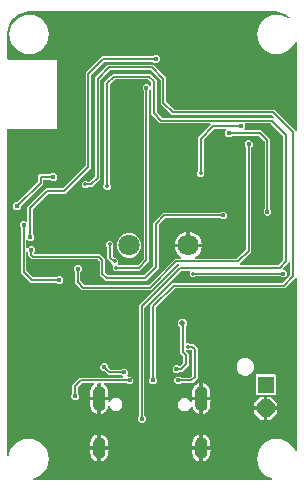
<source format=gbl>
G04 EAGLE Gerber RS-274X export*
G75*
%MOMM*%
%FSLAX34Y34*%
%LPD*%
%INBottom Copper*%
%IPPOS*%
%AMOC8*
5,1,8,0,0,1.08239X$1,22.5*%
G01*
%ADD10C,1.108000*%
%ADD11R,1.440000X1.440000*%
%ADD12P,1.558642X8X22.500000*%
%ADD13C,1.800000*%
%ADD14C,0.402400*%
%ADD15C,0.352400*%
%ADD16C,0.203200*%
%ADD17C,0.502400*%

G36*
X225335Y2062D02*
X225335Y2062D01*
X225410Y2075D01*
X225486Y2077D01*
X225530Y2094D01*
X225577Y2102D01*
X225645Y2138D01*
X225716Y2165D01*
X225753Y2195D01*
X225795Y2217D01*
X225847Y2273D01*
X225906Y2321D01*
X225931Y2361D01*
X225964Y2396D01*
X225996Y2465D01*
X226036Y2529D01*
X226047Y2576D01*
X226067Y2619D01*
X226076Y2695D01*
X226093Y2768D01*
X226089Y2816D01*
X226094Y2863D01*
X226078Y2938D01*
X226071Y3013D01*
X226052Y3057D01*
X226042Y3104D01*
X226003Y3169D01*
X225972Y3239D01*
X225940Y3274D01*
X225916Y3315D01*
X225858Y3364D01*
X225807Y3420D01*
X225752Y3455D01*
X225729Y3475D01*
X225705Y3484D01*
X225664Y3509D01*
X219521Y6468D01*
X214774Y12421D01*
X213079Y19844D01*
X214774Y27267D01*
X219521Y33219D01*
X226381Y36523D01*
X233994Y36523D01*
X240854Y33219D01*
X245601Y27267D01*
X245683Y26911D01*
X245697Y26876D01*
X245703Y26838D01*
X245743Y26763D01*
X245775Y26684D01*
X245800Y26655D01*
X245818Y26621D01*
X245880Y26562D01*
X245936Y26497D01*
X245969Y26478D01*
X245996Y26451D01*
X246074Y26415D01*
X246147Y26372D01*
X246185Y26364D01*
X246219Y26348D01*
X246304Y26338D01*
X246388Y26320D01*
X246426Y26325D01*
X246464Y26321D01*
X246548Y26339D01*
X246632Y26348D01*
X246667Y26365D01*
X246704Y26373D01*
X246778Y26417D01*
X246855Y26453D01*
X246883Y26479D01*
X246915Y26499D01*
X246971Y26564D01*
X247033Y26623D01*
X247051Y26657D01*
X247075Y26686D01*
X247107Y26765D01*
X247147Y26841D01*
X247153Y26878D01*
X247167Y26914D01*
X247186Y27081D01*
X247229Y172943D01*
X247218Y173014D01*
X247216Y173086D01*
X247198Y173134D01*
X247190Y173186D01*
X247156Y173249D01*
X247132Y173317D01*
X247099Y173357D01*
X247075Y173403D01*
X247023Y173453D01*
X246978Y173509D01*
X246934Y173537D01*
X246896Y173573D01*
X246831Y173603D01*
X246771Y173642D01*
X246721Y173654D01*
X246673Y173676D01*
X246602Y173684D01*
X246532Y173702D01*
X246481Y173698D01*
X246429Y173703D01*
X246359Y173688D01*
X246287Y173683D01*
X246239Y173662D01*
X246189Y173651D01*
X246127Y173615D01*
X246061Y173586D01*
X246005Y173542D01*
X245977Y173525D01*
X245962Y173507D01*
X245930Y173482D01*
X245437Y172988D01*
X236849Y164401D01*
X144138Y164401D01*
X144047Y164386D01*
X143957Y164379D01*
X143927Y164366D01*
X143895Y164361D01*
X143814Y164318D01*
X143730Y164283D01*
X143698Y164257D01*
X143677Y164246D01*
X143655Y164223D01*
X143599Y164178D01*
X127922Y148501D01*
X127869Y148427D01*
X127810Y148357D01*
X127797Y148327D01*
X127779Y148301D01*
X127752Y148214D01*
X127718Y148129D01*
X127713Y148088D01*
X127706Y148066D01*
X127707Y148034D01*
X127699Y147962D01*
X127699Y89122D01*
X127714Y89032D01*
X127721Y88941D01*
X127734Y88911D01*
X127739Y88879D01*
X127782Y88798D01*
X127817Y88715D01*
X127843Y88682D01*
X127854Y88662D01*
X127877Y88640D01*
X127922Y88584D01*
X128695Y87811D01*
X128695Y85091D01*
X126772Y83168D01*
X124053Y83168D01*
X122130Y85091D01*
X122130Y87811D01*
X122903Y88584D01*
X122956Y88657D01*
X123015Y88727D01*
X123028Y88757D01*
X123046Y88783D01*
X123073Y88870D01*
X123107Y88955D01*
X123112Y88996D01*
X123119Y89018D01*
X123118Y89051D01*
X123126Y89122D01*
X123126Y150172D01*
X141928Y168974D01*
X234639Y168974D01*
X234729Y168989D01*
X234820Y168996D01*
X234850Y169009D01*
X234882Y169014D01*
X234963Y169057D01*
X235047Y169092D01*
X235079Y169118D01*
X235100Y169129D01*
X235122Y169152D01*
X235178Y169197D01*
X241323Y175343D01*
X241376Y175417D01*
X241436Y175486D01*
X241448Y175516D01*
X241467Y175542D01*
X241493Y175629D01*
X241528Y175714D01*
X241532Y175755D01*
X241539Y175777D01*
X241538Y175810D01*
X241546Y175881D01*
X241546Y185674D01*
X241535Y185745D01*
X241533Y185817D01*
X241515Y185866D01*
X241506Y185917D01*
X241473Y185980D01*
X241448Y186048D01*
X241416Y186088D01*
X241391Y186134D01*
X241339Y186184D01*
X241294Y186240D01*
X241251Y186268D01*
X241213Y186304D01*
X241148Y186334D01*
X241088Y186373D01*
X241037Y186386D01*
X240990Y186407D01*
X240919Y186415D01*
X240849Y186433D01*
X240797Y186429D01*
X240745Y186435D01*
X240675Y186419D01*
X240604Y186414D01*
X240556Y186393D01*
X240505Y186382D01*
X240443Y186345D01*
X240378Y186317D01*
X240322Y186273D01*
X240294Y186256D01*
X240279Y186238D01*
X240247Y186213D01*
X235622Y181589D01*
X235581Y181530D01*
X235531Y181478D01*
X235509Y181431D01*
X235479Y181389D01*
X235458Y181320D01*
X235428Y181255D01*
X235422Y181203D01*
X235407Y181154D01*
X235408Y181082D01*
X235400Y181011D01*
X235412Y180960D01*
X235413Y180908D01*
X235438Y180840D01*
X235453Y180770D01*
X235479Y180726D01*
X235497Y180677D01*
X235542Y180621D01*
X235579Y180559D01*
X235618Y180525D01*
X235651Y180485D01*
X235711Y180446D01*
X235766Y180399D01*
X235814Y180380D01*
X235858Y180352D01*
X235927Y180334D01*
X235994Y180307D01*
X236065Y180300D01*
X236096Y180292D01*
X236120Y180294D01*
X236161Y180289D01*
X237104Y180289D01*
X239026Y178366D01*
X239026Y175646D01*
X237104Y173724D01*
X234384Y173724D01*
X233611Y174497D01*
X233537Y174550D01*
X233468Y174609D01*
X233437Y174621D01*
X233411Y174640D01*
X233324Y174667D01*
X233239Y174701D01*
X233198Y174706D01*
X233176Y174712D01*
X233144Y174712D01*
X233073Y174720D01*
X161861Y174720D01*
X161771Y174705D01*
X161680Y174698D01*
X161650Y174685D01*
X161619Y174680D01*
X161538Y174637D01*
X161454Y174601D01*
X161422Y174576D01*
X161401Y174565D01*
X161379Y174541D01*
X161323Y174497D01*
X160800Y173974D01*
X158288Y173974D01*
X156511Y175750D01*
X156511Y178281D01*
X156522Y178293D01*
X156544Y178340D01*
X156575Y178382D01*
X156596Y178451D01*
X156626Y178516D01*
X156632Y178567D01*
X156647Y178617D01*
X156645Y178689D01*
X156653Y178760D01*
X156642Y178811D01*
X156641Y178863D01*
X156616Y178930D01*
X156601Y179001D01*
X156574Y179045D01*
X156556Y179094D01*
X156511Y179150D01*
X156475Y179212D01*
X156435Y179246D01*
X156403Y179286D01*
X156342Y179325D01*
X156288Y179372D01*
X156239Y179391D01*
X156196Y179419D01*
X156126Y179437D01*
X156060Y179464D01*
X155988Y179471D01*
X155957Y179479D01*
X155934Y179477D01*
X155893Y179482D01*
X149694Y179482D01*
X149604Y179467D01*
X149513Y179460D01*
X149483Y179448D01*
X149451Y179442D01*
X149370Y179400D01*
X149286Y179364D01*
X149254Y179338D01*
X149234Y179327D01*
X149211Y179304D01*
X149155Y179259D01*
X118397Y148501D01*
X118344Y148427D01*
X118285Y148357D01*
X118272Y148327D01*
X118254Y148301D01*
X118227Y148214D01*
X118193Y148129D01*
X118188Y148088D01*
X118181Y148066D01*
X118182Y148034D01*
X118174Y147962D01*
X118174Y56646D01*
X118189Y56556D01*
X118196Y56465D01*
X118209Y56435D01*
X118214Y56403D01*
X118257Y56323D01*
X118292Y56239D01*
X118318Y56207D01*
X118329Y56186D01*
X118352Y56164D01*
X118397Y56108D01*
X119170Y55335D01*
X119170Y52615D01*
X117247Y50692D01*
X114528Y50692D01*
X112605Y52615D01*
X112605Y55335D01*
X113378Y56108D01*
X113431Y56182D01*
X113490Y56251D01*
X113503Y56281D01*
X113521Y56308D01*
X113548Y56394D01*
X113582Y56479D01*
X113587Y56520D01*
X113594Y56543D01*
X113593Y56575D01*
X113601Y56646D01*
X113601Y150172D01*
X115163Y151735D01*
X147167Y183739D01*
X147209Y183797D01*
X147259Y183849D01*
X147281Y183896D01*
X147311Y183938D01*
X147332Y184007D01*
X147362Y184072D01*
X147368Y184124D01*
X147383Y184174D01*
X147381Y184245D01*
X147389Y184316D01*
X147378Y184367D01*
X147377Y184419D01*
X147352Y184487D01*
X147337Y184557D01*
X147310Y184602D01*
X147292Y184650D01*
X147248Y184706D01*
X147211Y184768D01*
X147171Y184802D01*
X147139Y184842D01*
X147078Y184881D01*
X147024Y184928D01*
X146976Y184947D01*
X146932Y184975D01*
X146862Y184993D01*
X146796Y185020D01*
X146724Y185028D01*
X146693Y185036D01*
X146670Y185034D01*
X146629Y185038D01*
X146519Y185038D01*
X146429Y185024D01*
X146338Y185016D01*
X146308Y185004D01*
X146276Y184999D01*
X146195Y184956D01*
X146111Y184920D01*
X146079Y184894D01*
X146059Y184883D01*
X146036Y184860D01*
X145980Y184815D01*
X123978Y162813D01*
X65457Y162813D01*
X63894Y164376D01*
X59390Y168880D01*
X59390Y178268D01*
X59376Y178359D01*
X59368Y178449D01*
X59356Y178479D01*
X59351Y178511D01*
X59308Y178592D01*
X59272Y178676D01*
X59246Y178708D01*
X59235Y178729D01*
X59212Y178751D01*
X59167Y178807D01*
X58394Y179580D01*
X58394Y182299D01*
X60317Y184222D01*
X63037Y184222D01*
X64960Y182299D01*
X64960Y179580D01*
X64187Y178807D01*
X64134Y178733D01*
X64074Y178663D01*
X64062Y178633D01*
X64043Y178607D01*
X64016Y178520D01*
X63982Y178435D01*
X63978Y178394D01*
X63971Y178372D01*
X63972Y178340D01*
X63964Y178268D01*
X63964Y171090D01*
X63978Y170999D01*
X63986Y170909D01*
X63998Y170879D01*
X64003Y170847D01*
X64046Y170766D01*
X64082Y170682D01*
X64108Y170650D01*
X64119Y170629D01*
X64142Y170607D01*
X64187Y170551D01*
X67128Y167610D01*
X67202Y167557D01*
X67272Y167497D01*
X67302Y167485D01*
X67328Y167466D01*
X67415Y167439D01*
X67500Y167405D01*
X67541Y167401D01*
X67563Y167394D01*
X67595Y167395D01*
X67666Y167387D01*
X121769Y167387D01*
X121859Y167401D01*
X121950Y167409D01*
X121980Y167421D01*
X122011Y167426D01*
X122092Y167469D01*
X122176Y167505D01*
X122208Y167531D01*
X122229Y167542D01*
X122251Y167565D01*
X122307Y167610D01*
X144309Y189612D01*
X148623Y189612D01*
X148631Y189613D01*
X148639Y189612D01*
X148752Y189633D01*
X148866Y189651D01*
X148873Y189655D01*
X148881Y189657D01*
X148982Y189713D01*
X149083Y189767D01*
X149089Y189772D01*
X149096Y189776D01*
X149174Y189862D01*
X149253Y189945D01*
X149256Y189952D01*
X149261Y189958D01*
X149308Y190064D01*
X149356Y190168D01*
X149357Y190176D01*
X149360Y190183D01*
X149371Y190298D01*
X149383Y190412D01*
X149382Y190420D01*
X149382Y190428D01*
X149355Y190540D01*
X149331Y190653D01*
X149327Y190660D01*
X149325Y190667D01*
X149264Y190764D01*
X149205Y190864D01*
X149199Y190869D01*
X149194Y190876D01*
X149070Y190989D01*
X147657Y192016D01*
X146372Y193300D01*
X145304Y194770D01*
X144480Y196389D01*
X143918Y198116D01*
X143732Y199296D01*
X154413Y199296D01*
X154433Y199299D01*
X154452Y199297D01*
X154554Y199319D01*
X154656Y199335D01*
X154673Y199345D01*
X154693Y199349D01*
X154782Y199402D01*
X154873Y199450D01*
X154887Y199465D01*
X154904Y199475D01*
X154971Y199554D01*
X155042Y199629D01*
X155051Y199647D01*
X155064Y199662D01*
X155102Y199758D01*
X155146Y199852D01*
X155148Y199872D01*
X155156Y199890D01*
X155174Y200057D01*
X155174Y200820D01*
X155176Y200820D01*
X155176Y200057D01*
X155179Y200037D01*
X155177Y200017D01*
X155199Y199916D01*
X155216Y199814D01*
X155225Y199796D01*
X155229Y199777D01*
X155282Y199688D01*
X155331Y199597D01*
X155345Y199583D01*
X155355Y199566D01*
X155434Y199498D01*
X155509Y199427D01*
X155527Y199419D01*
X155542Y199406D01*
X155638Y199367D01*
X155732Y199324D01*
X155752Y199321D01*
X155770Y199314D01*
X155937Y199296D01*
X166618Y199296D01*
X166432Y198116D01*
X165870Y196389D01*
X165046Y194770D01*
X163978Y193300D01*
X162693Y192016D01*
X161280Y190989D01*
X161274Y190983D01*
X161267Y190979D01*
X161188Y190896D01*
X161107Y190814D01*
X161103Y190807D01*
X161097Y190801D01*
X161049Y190696D01*
X160998Y190593D01*
X160997Y190585D01*
X160994Y190578D01*
X160981Y190464D01*
X160966Y190349D01*
X160968Y190341D01*
X160967Y190334D01*
X160991Y190221D01*
X161013Y190108D01*
X161017Y190101D01*
X161019Y190093D01*
X161078Y189995D01*
X161135Y189894D01*
X161141Y189889D01*
X161145Y189882D01*
X161233Y189807D01*
X161319Y189730D01*
X161326Y189727D01*
X161332Y189722D01*
X161439Y189679D01*
X161545Y189634D01*
X161553Y189633D01*
X161560Y189630D01*
X161727Y189612D01*
X196381Y189612D01*
X196471Y189626D01*
X196562Y189634D01*
X196592Y189646D01*
X196624Y189651D01*
X196705Y189694D01*
X196789Y189730D01*
X196821Y189756D01*
X196841Y189767D01*
X196864Y189790D01*
X196920Y189835D01*
X203865Y196780D01*
X203918Y196854D01*
X203978Y196924D01*
X203990Y196954D01*
X204009Y196980D01*
X204036Y197067D01*
X204070Y197152D01*
X204074Y197193D01*
X204081Y197215D01*
X204080Y197247D01*
X204088Y197319D01*
X204088Y283873D01*
X204074Y283963D01*
X204066Y284054D01*
X204054Y284083D01*
X204049Y284115D01*
X204006Y284196D01*
X203970Y284280D01*
X203944Y284312D01*
X203933Y284333D01*
X203910Y284355D01*
X203865Y284411D01*
X203092Y285184D01*
X203092Y287904D01*
X205015Y289826D01*
X207735Y289826D01*
X209658Y287904D01*
X209658Y285184D01*
X208885Y284411D01*
X208832Y284337D01*
X208772Y284268D01*
X208760Y284237D01*
X208741Y284211D01*
X208714Y284124D01*
X208680Y284039D01*
X208676Y283998D01*
X208669Y283976D01*
X208670Y283944D01*
X208662Y283873D01*
X208662Y195109D01*
X198908Y185355D01*
X198866Y185297D01*
X198816Y185245D01*
X198795Y185198D01*
X198764Y185155D01*
X198743Y185087D01*
X198713Y185022D01*
X198707Y184970D01*
X198692Y184920D01*
X198694Y184848D01*
X198686Y184777D01*
X198697Y184726D01*
X198698Y184674D01*
X198723Y184607D01*
X198738Y184537D01*
X198765Y184492D01*
X198783Y184443D01*
X198827Y184387D01*
X198864Y184326D01*
X198904Y184292D01*
X198936Y184251D01*
X198997Y184213D01*
X199051Y184166D01*
X199099Y184146D01*
X199143Y184118D01*
X199213Y184101D01*
X199279Y184074D01*
X199351Y184066D01*
X199382Y184058D01*
X199405Y184060D01*
X199446Y184055D01*
X231306Y184055D01*
X231396Y184070D01*
X231487Y184077D01*
X231517Y184090D01*
X231549Y184095D01*
X231630Y184138D01*
X231714Y184174D01*
X231746Y184199D01*
X231766Y184210D01*
X231789Y184234D01*
X231845Y184278D01*
X235615Y188049D01*
X235668Y188123D01*
X235728Y188193D01*
X235740Y188223D01*
X235759Y188249D01*
X235786Y188336D01*
X235820Y188421D01*
X235824Y188462D01*
X235831Y188484D01*
X235830Y188516D01*
X235838Y188588D01*
X235838Y293219D01*
X235824Y293309D01*
X235816Y293400D01*
X235804Y293430D01*
X235799Y293461D01*
X235756Y293542D01*
X235720Y293626D01*
X235694Y293658D01*
X235683Y293679D01*
X235660Y293701D01*
X235615Y293757D01*
X225495Y303878D01*
X225421Y303931D01*
X225351Y303990D01*
X225321Y304003D01*
X225295Y304021D01*
X225208Y304048D01*
X225123Y304082D01*
X225082Y304087D01*
X225060Y304094D01*
X225028Y304093D01*
X224956Y304101D01*
X203994Y304101D01*
X203923Y304089D01*
X203851Y304087D01*
X203803Y304069D01*
X203751Y304061D01*
X203688Y304027D01*
X203620Y304003D01*
X203580Y303970D01*
X203534Y303946D01*
X203484Y303894D01*
X203428Y303849D01*
X203400Y303805D01*
X203365Y303768D01*
X203334Y303702D01*
X203295Y303642D01*
X203283Y303592D01*
X203261Y303545D01*
X203253Y303473D01*
X203235Y303404D01*
X203240Y303352D01*
X203234Y303300D01*
X203249Y303230D01*
X203255Y303158D01*
X203275Y303111D01*
X203286Y303060D01*
X203308Y303023D01*
X203308Y300230D01*
X202733Y299655D01*
X202691Y299597D01*
X202642Y299545D01*
X202620Y299498D01*
X202589Y299455D01*
X202568Y299387D01*
X202538Y299322D01*
X202532Y299270D01*
X202517Y299220D01*
X202519Y299148D01*
X202511Y299077D01*
X202522Y299026D01*
X202523Y298974D01*
X202548Y298907D01*
X202563Y298837D01*
X202590Y298792D01*
X202608Y298743D01*
X202653Y298687D01*
X202689Y298626D01*
X202729Y298592D01*
X202762Y298551D01*
X202822Y298513D01*
X202876Y298466D01*
X202925Y298446D01*
X202969Y298418D01*
X203038Y298401D01*
X203105Y298374D01*
X203176Y298366D01*
X203207Y298358D01*
X203230Y298360D01*
X203271Y298355D01*
X216847Y298355D01*
X224537Y290666D01*
X224537Y232065D01*
X224551Y231975D01*
X224559Y231884D01*
X224571Y231854D01*
X224576Y231822D01*
X224619Y231741D01*
X224655Y231658D01*
X224681Y231625D01*
X224692Y231605D01*
X224715Y231583D01*
X224760Y231527D01*
X225533Y230754D01*
X225533Y228034D01*
X223610Y226111D01*
X220890Y226111D01*
X218967Y228034D01*
X218967Y230754D01*
X219740Y231527D01*
X219793Y231600D01*
X219853Y231670D01*
X219865Y231700D01*
X219884Y231726D01*
X219911Y231813D01*
X219945Y231898D01*
X219949Y231939D01*
X219956Y231961D01*
X219955Y231994D01*
X219963Y232065D01*
X219963Y288456D01*
X219949Y288546D01*
X219941Y288637D01*
X219929Y288667D01*
X219924Y288699D01*
X219881Y288780D01*
X219845Y288864D01*
X219819Y288896D01*
X219808Y288916D01*
X219785Y288939D01*
X219740Y288995D01*
X215176Y293559D01*
X215102Y293612D01*
X215032Y293672D01*
X215002Y293684D01*
X214976Y293703D01*
X214889Y293729D01*
X214804Y293764D01*
X214763Y293768D01*
X214741Y293775D01*
X214709Y293774D01*
X214637Y293782D01*
X192413Y293782D01*
X192323Y293767D01*
X192232Y293760D01*
X192202Y293748D01*
X192170Y293742D01*
X192089Y293700D01*
X192006Y293664D01*
X191973Y293638D01*
X191953Y293627D01*
X191931Y293604D01*
X191875Y293559D01*
X191066Y292751D01*
X188346Y292751D01*
X186424Y294673D01*
X186424Y297393D01*
X187069Y298039D01*
X187111Y298097D01*
X187160Y298149D01*
X187182Y298196D01*
X187213Y298238D01*
X187234Y298307D01*
X187264Y298372D01*
X187270Y298424D01*
X187285Y298474D01*
X187283Y298545D01*
X187291Y298616D01*
X187280Y298667D01*
X187279Y298719D01*
X187254Y298787D01*
X187239Y298857D01*
X187212Y298902D01*
X187194Y298950D01*
X187149Y299006D01*
X187113Y299068D01*
X187073Y299102D01*
X187041Y299142D01*
X186980Y299181D01*
X186926Y299228D01*
X186878Y299247D01*
X186834Y299275D01*
X186764Y299293D01*
X186698Y299320D01*
X186626Y299328D01*
X186595Y299336D01*
X186572Y299334D01*
X186531Y299338D01*
X177475Y299338D01*
X177385Y299324D01*
X177294Y299316D01*
X177264Y299304D01*
X177232Y299299D01*
X177152Y299256D01*
X177068Y299220D01*
X177036Y299194D01*
X177015Y299183D01*
X176993Y299160D01*
X176937Y299115D01*
X168403Y290582D01*
X168350Y290508D01*
X168291Y290439D01*
X168279Y290408D01*
X168260Y290382D01*
X168233Y290295D01*
X168199Y290210D01*
X168194Y290170D01*
X168188Y290147D01*
X168188Y290115D01*
X168180Y290044D01*
X168180Y264255D01*
X168195Y264165D01*
X168202Y264074D01*
X168215Y264044D01*
X168220Y264012D01*
X168263Y263932D01*
X168299Y263848D01*
X168324Y263816D01*
X168335Y263795D01*
X168359Y263773D01*
X168403Y263717D01*
X168926Y263194D01*
X168926Y260681D01*
X167150Y258905D01*
X164638Y258905D01*
X162861Y260681D01*
X162861Y263194D01*
X163384Y263717D01*
X163437Y263791D01*
X163497Y263860D01*
X163509Y263890D01*
X163528Y263916D01*
X163554Y264003D01*
X163589Y264088D01*
X163593Y264129D01*
X163600Y264152D01*
X163599Y264184D01*
X163607Y264255D01*
X163607Y292253D01*
X165169Y293816D01*
X165170Y293816D01*
X173703Y302349D01*
X174155Y302801D01*
X174197Y302860D01*
X174246Y302911D01*
X174268Y302959D01*
X174298Y303001D01*
X174319Y303069D01*
X174350Y303135D01*
X174355Y303186D01*
X174371Y303236D01*
X174369Y303308D01*
X174377Y303379D01*
X174366Y303430D01*
X174364Y303482D01*
X174340Y303549D01*
X174325Y303619D01*
X174298Y303664D01*
X174280Y303713D01*
X174235Y303769D01*
X174198Y303830D01*
X174159Y303864D01*
X174126Y303905D01*
X174066Y303944D01*
X174011Y303990D01*
X173963Y304010D01*
X173919Y304038D01*
X173850Y304055D01*
X173783Y304082D01*
X173712Y304090D01*
X173681Y304098D01*
X173657Y304096D01*
X173617Y304101D01*
X131609Y304101D01*
X123920Y311790D01*
X123920Y331752D01*
X123908Y331822D01*
X123906Y331894D01*
X123888Y331943D01*
X123880Y331994D01*
X123846Y332058D01*
X123822Y332125D01*
X123789Y332166D01*
X123765Y332212D01*
X123713Y332261D01*
X123668Y332317D01*
X123624Y332345D01*
X123586Y332381D01*
X123521Y332411D01*
X123461Y332450D01*
X123411Y332463D01*
X123363Y332485D01*
X123292Y332493D01*
X123222Y332510D01*
X123171Y332506D01*
X123119Y332512D01*
X123049Y332497D01*
X122977Y332491D01*
X122929Y332471D01*
X122878Y332460D01*
X122817Y332423D01*
X122751Y332395D01*
X122695Y332350D01*
X122667Y332334D01*
X122652Y332316D01*
X122620Y332290D01*
X122366Y332036D01*
X122313Y331962D01*
X122253Y331893D01*
X122241Y331862D01*
X122222Y331836D01*
X122196Y331749D01*
X122161Y331664D01*
X122157Y331623D01*
X122150Y331601D01*
X122151Y331569D01*
X122143Y331498D01*
X122143Y187172D01*
X114453Y179482D01*
X96774Y179482D01*
X96684Y179467D01*
X96593Y179460D01*
X96563Y179448D01*
X96531Y179442D01*
X96450Y179400D01*
X96366Y179364D01*
X96334Y179338D01*
X96314Y179327D01*
X96291Y179304D01*
X96235Y179259D01*
X95712Y178736D01*
X93200Y178736D01*
X91424Y180513D01*
X91424Y183025D01*
X91607Y183209D01*
X91619Y183225D01*
X91634Y183237D01*
X91691Y183325D01*
X91751Y183408D01*
X91757Y183427D01*
X91767Y183444D01*
X91793Y183545D01*
X91823Y183644D01*
X91823Y183663D01*
X91828Y183683D01*
X91820Y183786D01*
X91817Y183889D01*
X91810Y183908D01*
X91808Y183928D01*
X91768Y184023D01*
X91732Y184120D01*
X91720Y184136D01*
X91712Y184154D01*
X91607Y184285D01*
X89828Y186065D01*
X89821Y186105D01*
X89814Y186196D01*
X89802Y186226D01*
X89796Y186257D01*
X89754Y186338D01*
X89718Y186422D01*
X89692Y186454D01*
X89681Y186475D01*
X89658Y186497D01*
X89613Y186553D01*
X86613Y189553D01*
X86613Y199295D01*
X86599Y199385D01*
X86591Y199476D01*
X86579Y199506D01*
X86574Y199538D01*
X86531Y199618D01*
X86495Y199702D01*
X86469Y199734D01*
X86458Y199755D01*
X86435Y199777D01*
X86390Y199833D01*
X85867Y200356D01*
X85867Y202869D01*
X87644Y204645D01*
X90156Y204645D01*
X91933Y202869D01*
X91933Y200356D01*
X91410Y199833D01*
X91357Y199759D01*
X91297Y199690D01*
X91285Y199660D01*
X91266Y199634D01*
X91239Y199547D01*
X91205Y199462D01*
X91201Y199421D01*
X91194Y199398D01*
X91195Y199366D01*
X91187Y199295D01*
X91187Y191763D01*
X91201Y191672D01*
X91209Y191582D01*
X91221Y191552D01*
X91226Y191520D01*
X91269Y191439D01*
X91305Y191355D01*
X91331Y191323D01*
X91342Y191302D01*
X91365Y191280D01*
X91410Y191224D01*
X92065Y190568D01*
X92139Y190515D01*
X92209Y190456D01*
X92239Y190444D01*
X92265Y190425D01*
X92352Y190398D01*
X92437Y190364D01*
X92478Y190359D01*
X92500Y190353D01*
X92532Y190353D01*
X92604Y190345D01*
X94125Y190345D01*
X95901Y188569D01*
X95901Y186057D01*
X95718Y185873D01*
X95706Y185857D01*
X95691Y185844D01*
X95634Y185757D01*
X95574Y185673D01*
X95568Y185654D01*
X95558Y185637D01*
X95532Y185537D01*
X95502Y185438D01*
X95502Y185418D01*
X95497Y185399D01*
X95505Y185296D01*
X95508Y185192D01*
X95515Y185173D01*
X95517Y185154D01*
X95557Y185059D01*
X95593Y184961D01*
X95605Y184945D01*
X95613Y184927D01*
X95718Y184796D01*
X96235Y184278D01*
X96309Y184225D01*
X96379Y184166D01*
X96409Y184154D01*
X96435Y184135D01*
X96522Y184108D01*
X96607Y184074D01*
X96648Y184069D01*
X96670Y184063D01*
X96702Y184063D01*
X96774Y184055D01*
X112244Y184055D01*
X112334Y184070D01*
X112425Y184077D01*
X112455Y184090D01*
X112486Y184095D01*
X112567Y184138D01*
X112651Y184174D01*
X112683Y184199D01*
X112704Y184210D01*
X112726Y184234D01*
X112782Y184278D01*
X117347Y188843D01*
X117400Y188917D01*
X117459Y188986D01*
X117471Y189017D01*
X117490Y189043D01*
X117517Y189130D01*
X117551Y189215D01*
X117556Y189255D01*
X117562Y189278D01*
X117562Y189310D01*
X117570Y189381D01*
X117570Y331498D01*
X117555Y331588D01*
X117548Y331679D01*
X117535Y331708D01*
X117530Y331740D01*
X117487Y331821D01*
X117451Y331905D01*
X117426Y331937D01*
X117415Y331958D01*
X117391Y331980D01*
X117347Y332036D01*
X116574Y332809D01*
X116574Y335529D01*
X118496Y337451D01*
X121216Y337451D01*
X122620Y336047D01*
X122678Y336006D01*
X122730Y335956D01*
X122777Y335934D01*
X122820Y335904D01*
X122888Y335883D01*
X122953Y335853D01*
X123005Y335847D01*
X123055Y335832D01*
X123127Y335833D01*
X123198Y335826D01*
X123249Y335837D01*
X123301Y335838D01*
X123368Y335863D01*
X123438Y335878D01*
X123483Y335905D01*
X123532Y335922D01*
X123588Y335967D01*
X123649Y336004D01*
X123683Y336044D01*
X123724Y336076D01*
X123762Y336136D01*
X123809Y336191D01*
X123829Y336239D01*
X123857Y336283D01*
X123874Y336352D01*
X123901Y336419D01*
X123909Y336490D01*
X123917Y336522D01*
X123915Y336545D01*
X123920Y336586D01*
X123920Y338462D01*
X123905Y338553D01*
X123898Y338643D01*
X123885Y338673D01*
X123880Y338705D01*
X123837Y338786D01*
X123801Y338870D01*
X123776Y338902D01*
X123765Y338923D01*
X123741Y338945D01*
X123697Y339001D01*
X121513Y341184D01*
X121439Y341237D01*
X121370Y341297D01*
X121340Y341309D01*
X121314Y341328D01*
X121227Y341354D01*
X121142Y341389D01*
X121101Y341393D01*
X121078Y341400D01*
X121046Y341399D01*
X120975Y341407D01*
X93338Y341407D01*
X93247Y341392D01*
X93157Y341385D01*
X93127Y341373D01*
X93095Y341367D01*
X93014Y341325D01*
X92930Y341289D01*
X92898Y341263D01*
X92877Y341252D01*
X92855Y341229D01*
X92799Y341184D01*
X89028Y337413D01*
X88984Y337352D01*
X88952Y337318D01*
X88947Y337306D01*
X88916Y337270D01*
X88904Y337240D01*
X88885Y337214D01*
X88858Y337127D01*
X88824Y337042D01*
X88819Y337001D01*
X88813Y336978D01*
X88813Y336946D01*
X88805Y336875D01*
X88805Y253142D01*
X88808Y253127D01*
X88807Y253113D01*
X88821Y253049D01*
X88827Y252961D01*
X88840Y252932D01*
X88845Y252900D01*
X88858Y252875D01*
X88859Y252873D01*
X88865Y252863D01*
X88888Y252819D01*
X88924Y252735D01*
X88949Y252703D01*
X88960Y252682D01*
X88984Y252660D01*
X89028Y252604D01*
X89551Y252081D01*
X89551Y249569D01*
X87775Y247792D01*
X85263Y247792D01*
X83486Y249569D01*
X83486Y252081D01*
X84009Y252604D01*
X84062Y252678D01*
X84122Y252748D01*
X84134Y252778D01*
X84153Y252804D01*
X84179Y252891D01*
X84191Y252921D01*
X84204Y252948D01*
X84205Y252953D01*
X84214Y252976D01*
X84218Y253017D01*
X84225Y253039D01*
X84224Y253071D01*
X84232Y253142D01*
X84232Y339085D01*
X85794Y340647D01*
X85795Y340647D01*
X89565Y344418D01*
X91128Y345980D01*
X123185Y345980D01*
X128493Y340672D01*
X128493Y314000D01*
X128508Y313910D01*
X128515Y313819D01*
X128527Y313789D01*
X128533Y313757D01*
X128575Y313677D01*
X128611Y313593D01*
X128637Y313561D01*
X128648Y313540D01*
X128671Y313518D01*
X128716Y313462D01*
X133280Y308897D01*
X133354Y308844D01*
X133424Y308785D01*
X133454Y308772D01*
X133480Y308754D01*
X133567Y308727D01*
X133652Y308693D01*
X133693Y308688D01*
X133715Y308681D01*
X133747Y308682D01*
X133819Y308674D01*
X226798Y308674D01*
X226869Y308686D01*
X226940Y308688D01*
X226989Y308706D01*
X227041Y308714D01*
X227104Y308748D01*
X227171Y308772D01*
X227212Y308805D01*
X227258Y308829D01*
X227307Y308881D01*
X227363Y308926D01*
X227391Y308970D01*
X227427Y309007D01*
X227458Y309072D01*
X227496Y309133D01*
X227509Y309183D01*
X227531Y309230D01*
X227539Y309302D01*
X227556Y309371D01*
X227552Y309423D01*
X227558Y309475D01*
X227543Y309545D01*
X227537Y309616D01*
X227517Y309664D01*
X227506Y309715D01*
X227469Y309777D01*
X227441Y309843D01*
X227396Y309899D01*
X227380Y309926D01*
X227362Y309942D01*
X227336Y309974D01*
X226288Y311022D01*
X226214Y311075D01*
X226145Y311134D01*
X226115Y311146D01*
X226089Y311165D01*
X226001Y311192D01*
X225917Y311226D01*
X225876Y311231D01*
X225853Y311237D01*
X225821Y311237D01*
X225750Y311245D01*
X141134Y311245D01*
X133420Y318959D01*
X133419Y318959D01*
X131857Y320522D01*
X131857Y340844D01*
X131842Y340934D01*
X131835Y341025D01*
X131823Y341055D01*
X131817Y341086D01*
X131775Y341167D01*
X131739Y341251D01*
X131713Y341283D01*
X131702Y341304D01*
X131679Y341326D01*
X131634Y341382D01*
X123895Y349122D01*
X123821Y349175D01*
X123751Y349234D01*
X123721Y349246D01*
X123695Y349265D01*
X123608Y349292D01*
X123523Y349326D01*
X123482Y349331D01*
X123460Y349337D01*
X123428Y349337D01*
X123356Y349345D01*
X89369Y349345D01*
X89279Y349330D01*
X89188Y349323D01*
X89158Y349310D01*
X89126Y349305D01*
X89045Y349262D01*
X88961Y349226D01*
X88929Y349201D01*
X88909Y349190D01*
X88886Y349166D01*
X88830Y349122D01*
X81091Y341382D01*
X81038Y341308D01*
X80978Y341239D01*
X80966Y341208D01*
X80947Y341182D01*
X80921Y341095D01*
X80886Y341010D01*
X80882Y340970D01*
X80875Y340947D01*
X80876Y340915D01*
X80868Y340844D01*
X80868Y257022D01*
X75535Y251688D01*
X73972Y250126D01*
X70492Y250126D01*
X70402Y250111D01*
X70311Y250104D01*
X70281Y250091D01*
X70249Y250086D01*
X70168Y250043D01*
X70084Y250008D01*
X70052Y249982D01*
X70031Y249971D01*
X70015Y249954D01*
X70013Y249953D01*
X70006Y249945D01*
X69953Y249903D01*
X69395Y249344D01*
X66882Y249344D01*
X65106Y251121D01*
X65106Y253633D01*
X66882Y255410D01*
X69395Y255410D01*
X69882Y254922D01*
X69956Y254869D01*
X70026Y254810D01*
X70056Y254798D01*
X70082Y254779D01*
X70169Y254752D01*
X70254Y254718D01*
X70295Y254713D01*
X70317Y254706D01*
X70349Y254707D01*
X70421Y254699D01*
X71763Y254699D01*
X71853Y254714D01*
X71944Y254721D01*
X71973Y254734D01*
X72005Y254739D01*
X72086Y254782D01*
X72170Y254817D01*
X72202Y254843D01*
X72223Y254854D01*
X72245Y254877D01*
X72301Y254922D01*
X76072Y258693D01*
X76125Y258767D01*
X76184Y258836D01*
X76196Y258866D01*
X76215Y258893D01*
X76242Y258980D01*
X76258Y259019D01*
X76266Y259038D01*
X76267Y259042D01*
X76276Y259065D01*
X76281Y259105D01*
X76287Y259128D01*
X76287Y259160D01*
X76295Y259231D01*
X76295Y343053D01*
X87159Y353918D01*
X125566Y353918D01*
X127128Y352356D01*
X127128Y352355D01*
X136430Y343053D01*
X136430Y322731D01*
X136445Y322641D01*
X136452Y322550D01*
X136465Y322520D01*
X136470Y322488D01*
X136513Y322408D01*
X136549Y322324D01*
X136574Y322292D01*
X136585Y322271D01*
X136609Y322249D01*
X136653Y322193D01*
X142805Y316041D01*
X142879Y315988D01*
X142949Y315928D01*
X142979Y315916D01*
X143005Y315897D01*
X143092Y315871D01*
X143177Y315836D01*
X143218Y315832D01*
X143240Y315825D01*
X143272Y315826D01*
X143344Y315818D01*
X227960Y315818D01*
X244558Y299220D01*
X244558Y299219D01*
X245801Y297977D01*
X245967Y297810D01*
X246025Y297769D01*
X246077Y297719D01*
X246125Y297697D01*
X246167Y297667D01*
X246235Y297646D01*
X246300Y297616D01*
X246352Y297610D01*
X246402Y297594D01*
X246474Y297596D01*
X246545Y297588D01*
X246596Y297600D01*
X246648Y297601D01*
X246715Y297625D01*
X246785Y297641D01*
X246830Y297667D01*
X246879Y297685D01*
X246935Y297730D01*
X246996Y297767D01*
X247030Y297806D01*
X247071Y297839D01*
X247110Y297899D01*
X247156Y297954D01*
X247176Y298002D01*
X247204Y298046D01*
X247221Y298115D01*
X247248Y298182D01*
X247256Y298253D01*
X247264Y298284D01*
X247262Y298308D01*
X247267Y298348D01*
X247289Y372627D01*
X247283Y372665D01*
X247285Y372703D01*
X247263Y372785D01*
X247249Y372869D01*
X247231Y372903D01*
X247221Y372940D01*
X247174Y373011D01*
X247134Y373087D01*
X247106Y373113D01*
X247085Y373145D01*
X247018Y373197D01*
X246956Y373256D01*
X246921Y373272D01*
X246891Y373296D01*
X246810Y373324D01*
X246733Y373360D01*
X246695Y373364D01*
X246658Y373377D01*
X246573Y373378D01*
X246488Y373387D01*
X246451Y373379D01*
X246412Y373379D01*
X246331Y373353D01*
X246248Y373335D01*
X246215Y373315D01*
X246178Y373303D01*
X246110Y373252D01*
X246037Y373209D01*
X246012Y373179D01*
X245981Y373157D01*
X245932Y373087D01*
X245877Y373022D01*
X245863Y372986D01*
X245841Y372955D01*
X245786Y372796D01*
X245601Y371990D01*
X240854Y366037D01*
X233994Y362733D01*
X226381Y362733D01*
X219521Y366037D01*
X214774Y371990D01*
X213079Y379412D01*
X214774Y386835D01*
X219521Y392788D01*
X226381Y396092D01*
X233994Y396092D01*
X239912Y393242D01*
X239965Y393226D01*
X240015Y393201D01*
X240083Y393192D01*
X240148Y393172D01*
X240203Y393174D01*
X240258Y393167D01*
X240326Y393179D01*
X240394Y393182D01*
X240446Y393201D01*
X240500Y393211D01*
X240560Y393244D01*
X240624Y393269D01*
X240667Y393304D01*
X240715Y393331D01*
X240761Y393381D01*
X240814Y393425D01*
X240844Y393472D01*
X240881Y393512D01*
X240908Y393575D01*
X240945Y393633D01*
X240958Y393687D01*
X240980Y393737D01*
X240986Y393806D01*
X241002Y393873D01*
X240997Y393927D01*
X241002Y393982D01*
X240986Y394049D01*
X240980Y394118D01*
X240958Y394168D01*
X240945Y394222D01*
X240909Y394280D01*
X240881Y394343D01*
X240844Y394383D01*
X240814Y394430D01*
X240736Y394502D01*
X240715Y394524D01*
X240702Y394533D01*
X240691Y394543D01*
X237569Y396814D01*
X237537Y396830D01*
X237510Y396853D01*
X237357Y396922D01*
X232225Y398592D01*
X232219Y398593D01*
X232214Y398596D01*
X232049Y398627D01*
X229351Y398841D01*
X229329Y398839D01*
X229291Y398843D01*
X20000Y398843D01*
X19978Y398839D01*
X19940Y398841D01*
X17244Y398628D01*
X17238Y398627D01*
X17232Y398627D01*
X17068Y398594D01*
X11939Y396927D01*
X11907Y396911D01*
X11872Y396902D01*
X11727Y396819D01*
X7363Y393649D01*
X7338Y393623D01*
X7308Y393604D01*
X7195Y393480D01*
X4025Y389117D01*
X4009Y389086D01*
X4007Y389083D01*
X4006Y389081D01*
X3986Y389058D01*
X3917Y388905D01*
X2250Y383776D01*
X2249Y383770D01*
X2247Y383765D01*
X2215Y383600D01*
X2003Y380903D01*
X2005Y380882D01*
X2001Y380844D01*
X2001Y379471D01*
X2007Y379434D01*
X2005Y379395D01*
X2005Y379393D01*
X2001Y379354D01*
X2001Y358775D01*
X2004Y358755D01*
X2002Y358736D01*
X2024Y358634D01*
X2040Y358532D01*
X2050Y358515D01*
X2054Y358495D01*
X2107Y358406D01*
X2156Y358315D01*
X2170Y358301D01*
X2180Y358284D01*
X2259Y358217D01*
X2334Y358146D01*
X2352Y358137D01*
X2367Y358124D01*
X2463Y358085D01*
X2557Y358042D01*
X2577Y358040D01*
X2595Y358032D01*
X2762Y358014D01*
X44483Y358014D01*
X44483Y299211D01*
X2762Y299211D01*
X2742Y299208D01*
X2723Y299210D01*
X2621Y299188D01*
X2519Y299172D01*
X2502Y299162D01*
X2482Y299158D01*
X2393Y299105D01*
X2302Y299056D01*
X2288Y299042D01*
X2271Y299032D01*
X2204Y298953D01*
X2132Y298878D01*
X2124Y298860D01*
X2111Y298845D01*
X2072Y298749D01*
X2029Y298655D01*
X2027Y298635D01*
X2019Y298617D01*
X2001Y298450D01*
X2001Y23380D01*
X2007Y23342D01*
X2005Y23304D01*
X2027Y23222D01*
X2040Y23138D01*
X2058Y23104D01*
X2068Y23067D01*
X2116Y22996D01*
X2156Y22920D01*
X2183Y22894D01*
X2205Y22862D01*
X2272Y22810D01*
X2334Y22751D01*
X2369Y22735D01*
X2399Y22711D01*
X2480Y22683D01*
X2557Y22647D01*
X2595Y22643D01*
X2631Y22630D01*
X2717Y22630D01*
X2801Y22620D01*
X2839Y22628D01*
X2877Y22628D01*
X2958Y22654D01*
X3042Y22672D01*
X3075Y22692D01*
X3111Y22704D01*
X3180Y22755D01*
X3253Y22799D01*
X3278Y22828D01*
X3309Y22851D01*
X3357Y22921D01*
X3413Y22985D01*
X3427Y23021D01*
X3449Y23053D01*
X3504Y23211D01*
X4430Y27267D01*
X9177Y33219D01*
X16037Y36523D01*
X23651Y36523D01*
X30511Y33219D01*
X35258Y27267D01*
X36952Y19844D01*
X35258Y12421D01*
X30511Y6468D01*
X24113Y3387D01*
X24051Y3343D01*
X23983Y3308D01*
X23951Y3273D01*
X23912Y3246D01*
X23866Y3185D01*
X23814Y3129D01*
X23794Y3086D01*
X23766Y3048D01*
X23742Y2975D01*
X23710Y2906D01*
X23705Y2859D01*
X23691Y2814D01*
X23692Y2737D01*
X23683Y2661D01*
X23693Y2615D01*
X23694Y2568D01*
X23719Y2496D01*
X23736Y2421D01*
X23760Y2381D01*
X23776Y2336D01*
X23823Y2276D01*
X23862Y2210D01*
X23898Y2179D01*
X23927Y2142D01*
X23991Y2100D01*
X24049Y2050D01*
X24093Y2033D01*
X24132Y2007D01*
X24206Y1987D01*
X24277Y1959D01*
X24340Y1952D01*
X24370Y1944D01*
X24396Y1945D01*
X24444Y1940D01*
X225335Y2062D01*
G37*
%LPC*%
G36*
X44678Y168167D02*
X44678Y168167D01*
X43905Y168940D01*
X43831Y168993D01*
X43761Y169053D01*
X43731Y169065D01*
X43705Y169084D01*
X43618Y169111D01*
X43533Y169145D01*
X43492Y169149D01*
X43470Y169156D01*
X43438Y169155D01*
X43366Y169163D01*
X22072Y169163D01*
X13588Y177647D01*
X13588Y215610D01*
X13574Y215700D01*
X13566Y215791D01*
X13554Y215821D01*
X13549Y215853D01*
X13506Y215934D01*
X13470Y216017D01*
X13444Y216050D01*
X13433Y216070D01*
X13410Y216092D01*
X13365Y216148D01*
X12592Y216921D01*
X12592Y219641D01*
X14515Y221564D01*
X17235Y221564D01*
X17845Y220954D01*
X17903Y220912D01*
X17955Y220863D01*
X18002Y220841D01*
X18045Y220810D01*
X18113Y220789D01*
X18178Y220759D01*
X18230Y220753D01*
X18280Y220738D01*
X18352Y220740D01*
X18423Y220732D01*
X18474Y220743D01*
X18526Y220744D01*
X18593Y220769D01*
X18663Y220784D01*
X18708Y220811D01*
X18757Y220829D01*
X18813Y220874D01*
X18874Y220910D01*
X18908Y220950D01*
X18949Y220982D01*
X18987Y221043D01*
X19034Y221097D01*
X19054Y221145D01*
X19082Y221189D01*
X19099Y221259D01*
X19126Y221325D01*
X19134Y221397D01*
X19142Y221428D01*
X19140Y221451D01*
X19145Y221492D01*
X19145Y233516D01*
X34772Y249143D01*
X48744Y249143D01*
X48834Y249158D01*
X48925Y249165D01*
X48955Y249177D01*
X48986Y249183D01*
X49067Y249225D01*
X49151Y249261D01*
X49183Y249287D01*
X49204Y249298D01*
X49226Y249321D01*
X49282Y249366D01*
X68134Y268218D01*
X68187Y268292D01*
X68247Y268361D01*
X68259Y268392D01*
X68278Y268418D01*
X68304Y268505D01*
X68339Y268590D01*
X68343Y268630D01*
X68350Y268653D01*
X68349Y268685D01*
X68357Y268756D01*
X68357Y347022D01*
X82397Y361062D01*
X125123Y361062D01*
X125213Y361076D01*
X125304Y361084D01*
X125333Y361096D01*
X125365Y361101D01*
X125446Y361144D01*
X125530Y361180D01*
X125562Y361206D01*
X125583Y361217D01*
X125605Y361240D01*
X125661Y361285D01*
X126434Y362058D01*
X129154Y362058D01*
X131076Y360135D01*
X131076Y357415D01*
X129154Y355492D01*
X126434Y355492D01*
X125661Y356265D01*
X125587Y356318D01*
X125518Y356378D01*
X125487Y356390D01*
X125461Y356409D01*
X125374Y356436D01*
X125289Y356470D01*
X125248Y356474D01*
X125226Y356481D01*
X125194Y356480D01*
X125123Y356488D01*
X84606Y356488D01*
X84516Y356474D01*
X84425Y356466D01*
X84395Y356454D01*
X84364Y356449D01*
X84283Y356406D01*
X84199Y356370D01*
X84167Y356344D01*
X84146Y356333D01*
X84124Y356310D01*
X84068Y356265D01*
X73153Y345351D01*
X73100Y345277D01*
X73041Y345207D01*
X73029Y345177D01*
X73010Y345151D01*
X72983Y345064D01*
X72949Y344979D01*
X72944Y344938D01*
X72938Y344916D01*
X72938Y344884D01*
X72930Y344812D01*
X72930Y266547D01*
X50953Y244570D01*
X36981Y244570D01*
X36891Y244555D01*
X36800Y244548D01*
X36770Y244535D01*
X36739Y244530D01*
X36658Y244487D01*
X36574Y244451D01*
X36542Y244426D01*
X36521Y244415D01*
X36499Y244391D01*
X36443Y244347D01*
X23941Y231845D01*
X23888Y231771D01*
X23828Y231701D01*
X23816Y231671D01*
X23797Y231645D01*
X23771Y231558D01*
X23736Y231473D01*
X23732Y231432D01*
X23725Y231410D01*
X23726Y231378D01*
X23718Y231306D01*
X23718Y210634D01*
X23733Y210543D01*
X23740Y210453D01*
X23752Y210423D01*
X23758Y210391D01*
X23800Y210310D01*
X23836Y210226D01*
X23862Y210194D01*
X23873Y210173D01*
X23896Y210151D01*
X23941Y210095D01*
X24714Y209322D01*
X24714Y206603D01*
X22791Y204680D01*
X20071Y204680D01*
X19461Y205290D01*
X19403Y205332D01*
X19351Y205381D01*
X19304Y205403D01*
X19262Y205434D01*
X19193Y205455D01*
X19128Y205485D01*
X19076Y205491D01*
X19026Y205506D01*
X18955Y205504D01*
X18884Y205512D01*
X18833Y205501D01*
X18781Y205500D01*
X18713Y205475D01*
X18643Y205460D01*
X18598Y205433D01*
X18550Y205415D01*
X18494Y205370D01*
X18432Y205334D01*
X18398Y205294D01*
X18358Y205261D01*
X18319Y205201D01*
X18272Y205147D01*
X18253Y205098D01*
X18225Y205054D01*
X18207Y204985D01*
X18180Y204918D01*
X18172Y204847D01*
X18164Y204816D01*
X18166Y204793D01*
X18162Y204752D01*
X18162Y199267D01*
X18173Y199196D01*
X18175Y199125D01*
X18193Y199076D01*
X18201Y199024D01*
X18235Y198961D01*
X18260Y198894D01*
X18292Y198853D01*
X18317Y198807D01*
X18369Y198758D01*
X18413Y198702D01*
X18457Y198673D01*
X18495Y198638D01*
X18560Y198607D01*
X18620Y198569D01*
X18671Y198556D01*
X18718Y198534D01*
X18789Y198526D01*
X18859Y198508D01*
X18911Y198513D01*
X18962Y198507D01*
X19033Y198522D01*
X19104Y198528D01*
X19152Y198548D01*
X19203Y198559D01*
X19264Y198596D01*
X19330Y198624D01*
X19386Y198669D01*
X19414Y198685D01*
X19429Y198703D01*
X19461Y198729D01*
X20865Y200133D01*
X23585Y200133D01*
X25508Y198210D01*
X25508Y195490D01*
X24897Y194880D01*
X24856Y194822D01*
X24806Y194770D01*
X24784Y194723D01*
X24754Y194680D01*
X24733Y194612D01*
X24703Y194547D01*
X24697Y194495D01*
X24682Y194445D01*
X24683Y194373D01*
X24676Y194302D01*
X24687Y194251D01*
X24688Y194199D01*
X24713Y194132D01*
X24728Y194062D01*
X24755Y194017D01*
X24772Y193968D01*
X24817Y193912D01*
X24854Y193851D01*
X24894Y193817D01*
X24926Y193776D01*
X24986Y193738D01*
X25041Y193691D01*
X25089Y193671D01*
X25133Y193643D01*
X25203Y193626D01*
X25269Y193599D01*
X25340Y193591D01*
X25372Y193583D01*
X25395Y193585D01*
X25436Y193580D01*
X80322Y193580D01*
X84837Y189066D01*
X84837Y178269D01*
X84851Y178179D01*
X84859Y178088D01*
X84871Y178058D01*
X84876Y178026D01*
X84919Y177946D01*
X84955Y177861D01*
X84981Y177829D01*
X84992Y177809D01*
X85015Y177787D01*
X85060Y177730D01*
X87243Y175547D01*
X87317Y175494D01*
X87386Y175435D01*
X87416Y175423D01*
X87443Y175404D01*
X87530Y175377D01*
X87615Y175343D01*
X87655Y175338D01*
X87678Y175331D01*
X87710Y175332D01*
X87781Y175324D01*
X117006Y175324D01*
X117096Y175339D01*
X117187Y175346D01*
X117217Y175359D01*
X117249Y175364D01*
X117330Y175407D01*
X117414Y175442D01*
X117446Y175468D01*
X117466Y175479D01*
X117489Y175502D01*
X117545Y175547D01*
X125284Y183287D01*
X125337Y183361D01*
X125397Y183430D01*
X125409Y183460D01*
X125428Y183486D01*
X125454Y183573D01*
X125489Y183658D01*
X125493Y183699D01*
X125500Y183722D01*
X125499Y183754D01*
X125507Y183825D01*
X125507Y220022D01*
X133990Y228505D01*
X182273Y228505D01*
X182363Y228520D01*
X182454Y228527D01*
X182483Y228540D01*
X182515Y228545D01*
X182596Y228588D01*
X182680Y228624D01*
X182712Y228649D01*
X182733Y228660D01*
X182755Y228684D01*
X182811Y228728D01*
X183584Y229501D01*
X186304Y229501D01*
X188226Y227579D01*
X188226Y224859D01*
X186304Y222936D01*
X183584Y222936D01*
X182811Y223709D01*
X182737Y223762D01*
X182668Y223822D01*
X182637Y223834D01*
X182611Y223853D01*
X182524Y223879D01*
X182439Y223914D01*
X182398Y223918D01*
X182376Y223925D01*
X182344Y223924D01*
X182273Y223932D01*
X136200Y223932D01*
X136110Y223917D01*
X136019Y223910D01*
X135989Y223898D01*
X135957Y223892D01*
X135877Y223850D01*
X135793Y223814D01*
X135761Y223788D01*
X135740Y223777D01*
X135718Y223754D01*
X135662Y223709D01*
X130303Y218351D01*
X130250Y218277D01*
X130191Y218207D01*
X130179Y218177D01*
X130160Y218151D01*
X130133Y218064D01*
X130099Y217979D01*
X130094Y217938D01*
X130088Y217916D01*
X130088Y217884D01*
X130080Y217812D01*
X130080Y181615D01*
X119216Y170751D01*
X85572Y170751D01*
X84009Y172313D01*
X80263Y176059D01*
X80263Y186856D01*
X80249Y186946D01*
X80241Y187037D01*
X80229Y187067D01*
X80224Y187099D01*
X80181Y187180D01*
X80145Y187264D01*
X80119Y187296D01*
X80108Y187316D01*
X80085Y187339D01*
X80040Y187395D01*
X78651Y188784D01*
X78577Y188837D01*
X78507Y188897D01*
X78477Y188909D01*
X78451Y188928D01*
X78364Y188954D01*
X78279Y188989D01*
X78238Y188993D01*
X78216Y189000D01*
X78184Y188999D01*
X78112Y189007D01*
X22865Y189007D01*
X21303Y190569D01*
X21303Y190570D01*
X19938Y191934D01*
X19938Y194179D01*
X19924Y194269D01*
X19916Y194360D01*
X19904Y194390D01*
X19899Y194422D01*
X19856Y194502D01*
X19820Y194586D01*
X19794Y194618D01*
X19783Y194639D01*
X19760Y194661D01*
X19715Y194717D01*
X19461Y194971D01*
X19403Y195013D01*
X19351Y195062D01*
X19304Y195084D01*
X19262Y195115D01*
X19193Y195136D01*
X19128Y195166D01*
X19076Y195172D01*
X19026Y195187D01*
X18955Y195185D01*
X18884Y195193D01*
X18833Y195182D01*
X18781Y195181D01*
X18713Y195156D01*
X18643Y195141D01*
X18598Y195114D01*
X18550Y195096D01*
X18494Y195052D01*
X18432Y195015D01*
X18398Y194975D01*
X18358Y194943D01*
X18319Y194882D01*
X18272Y194828D01*
X18253Y194779D01*
X18225Y194736D01*
X18207Y194666D01*
X18180Y194600D01*
X18172Y194528D01*
X18164Y194497D01*
X18166Y194474D01*
X18162Y194433D01*
X18162Y179856D01*
X18176Y179766D01*
X18184Y179675D01*
X18196Y179645D01*
X18201Y179614D01*
X18244Y179533D01*
X18280Y179449D01*
X18306Y179417D01*
X18317Y179396D01*
X18340Y179374D01*
X18385Y179318D01*
X23743Y173960D01*
X23817Y173907D01*
X23886Y173847D01*
X23917Y173835D01*
X23943Y173816D01*
X24030Y173789D01*
X24115Y173755D01*
X24155Y173751D01*
X24178Y173744D01*
X24210Y173745D01*
X24281Y173737D01*
X43366Y173737D01*
X43457Y173751D01*
X43547Y173759D01*
X43577Y173771D01*
X43609Y173776D01*
X43690Y173819D01*
X43774Y173855D01*
X43806Y173881D01*
X43827Y173892D01*
X43849Y173915D01*
X43905Y173960D01*
X44678Y174733D01*
X47397Y174733D01*
X49320Y172810D01*
X49320Y170090D01*
X47397Y168167D01*
X44678Y168167D01*
G37*
%LPD*%
%LPC*%
G36*
X16831Y362733D02*
X16831Y362733D01*
X9971Y366037D01*
X5224Y371990D01*
X3529Y379412D01*
X5224Y386835D01*
X9971Y392788D01*
X16831Y396092D01*
X24444Y396092D01*
X31304Y392788D01*
X36051Y386835D01*
X37746Y379413D01*
X36051Y371990D01*
X31304Y366037D01*
X24444Y362733D01*
X16831Y362733D01*
G37*
%LPD*%
%LPC*%
G36*
X145484Y83236D02*
X145484Y83236D01*
X143561Y85159D01*
X143561Y87879D01*
X145484Y89801D01*
X148204Y89801D01*
X148977Y89028D01*
X149050Y88975D01*
X149120Y88916D01*
X149150Y88904D01*
X149176Y88885D01*
X149263Y88858D01*
X149348Y88824D01*
X149389Y88819D01*
X149411Y88813D01*
X149444Y88813D01*
X149515Y88805D01*
X156694Y88805D01*
X156784Y88820D01*
X156875Y88827D01*
X156905Y88840D01*
X156936Y88845D01*
X157017Y88888D01*
X157101Y88924D01*
X157133Y88949D01*
X157154Y88960D01*
X157176Y88984D01*
X157232Y89028D01*
X158622Y90418D01*
X158675Y90492D01*
X158734Y90561D01*
X158746Y90592D01*
X158765Y90618D01*
X158792Y90705D01*
X158826Y90790D01*
X158831Y90830D01*
X158837Y90853D01*
X158837Y90885D01*
X158845Y90956D01*
X158845Y111450D01*
X158830Y111540D01*
X158823Y111631D01*
X158810Y111661D01*
X158805Y111693D01*
X158762Y111773D01*
X158726Y111857D01*
X158701Y111889D01*
X158690Y111910D01*
X158666Y111932D01*
X158622Y111988D01*
X158026Y112584D01*
X157952Y112637D01*
X157882Y112697D01*
X157852Y112709D01*
X157826Y112728D01*
X157739Y112754D01*
X157654Y112789D01*
X157613Y112793D01*
X157591Y112800D01*
X157559Y112799D01*
X157487Y112807D01*
X157099Y112807D01*
X157009Y112792D01*
X156918Y112785D01*
X156888Y112773D01*
X156856Y112767D01*
X156775Y112725D01*
X156691Y112689D01*
X156659Y112663D01*
X156639Y112652D01*
X156616Y112629D01*
X156560Y112584D01*
X156037Y112061D01*
X153986Y112061D01*
X153915Y112049D01*
X153844Y112048D01*
X153795Y112030D01*
X153743Y112021D01*
X153680Y111988D01*
X153613Y111963D01*
X153572Y111931D01*
X153526Y111906D01*
X153476Y111854D01*
X153420Y111809D01*
X153392Y111766D01*
X153356Y111728D01*
X153326Y111663D01*
X153287Y111603D01*
X153275Y111552D01*
X153253Y111505D01*
X153245Y111434D01*
X153227Y111364D01*
X153231Y111312D01*
X153226Y111260D01*
X153241Y111190D01*
X153247Y111119D01*
X153267Y111071D01*
X153278Y111020D01*
X153315Y110958D01*
X153343Y110892D01*
X153388Y110836D01*
X153404Y110809D01*
X153422Y110794D01*
X153448Y110761D01*
X155480Y108729D01*
X155480Y99136D01*
X150137Y93793D01*
X147892Y93793D01*
X147802Y93778D01*
X147711Y93771D01*
X147681Y93758D01*
X147649Y93753D01*
X147568Y93710D01*
X147485Y93674D01*
X147452Y93649D01*
X147432Y93638D01*
X147410Y93614D01*
X147354Y93570D01*
X146581Y92797D01*
X143861Y92797D01*
X141938Y94719D01*
X141938Y97439D01*
X143861Y99362D01*
X146581Y99362D01*
X147354Y98589D01*
X147427Y98536D01*
X147497Y98476D01*
X147527Y98464D01*
X147553Y98445D01*
X147640Y98419D01*
X147725Y98384D01*
X147766Y98380D01*
X147788Y98373D01*
X147821Y98374D01*
X147859Y98370D01*
X147863Y98369D01*
X147865Y98369D01*
X147892Y98366D01*
X147927Y98366D01*
X148004Y98379D01*
X148034Y98379D01*
X148044Y98383D01*
X148108Y98388D01*
X148138Y98400D01*
X148170Y98406D01*
X148250Y98448D01*
X148334Y98484D01*
X148366Y98510D01*
X148387Y98521D01*
X148409Y98544D01*
X148465Y98589D01*
X150684Y100808D01*
X150737Y100882D01*
X150797Y100951D01*
X150809Y100981D01*
X150828Y101007D01*
X150854Y101094D01*
X150889Y101179D01*
X150893Y101220D01*
X150900Y101243D01*
X150899Y101275D01*
X150907Y101346D01*
X150907Y106519D01*
X150892Y106609D01*
X150885Y106700D01*
X150873Y106730D01*
X150867Y106762D01*
X150825Y106842D01*
X150789Y106926D01*
X150763Y106958D01*
X150752Y106979D01*
X150729Y107001D01*
X150684Y107057D01*
X148447Y109295D01*
X148447Y130845D01*
X148432Y130935D01*
X148425Y131026D01*
X148412Y131056D01*
X148407Y131088D01*
X148364Y131168D01*
X148328Y131252D01*
X148303Y131284D01*
X148292Y131305D01*
X148268Y131327D01*
X148224Y131383D01*
X146236Y133371D01*
X146236Y136504D01*
X148452Y138720D01*
X151586Y138720D01*
X153801Y136504D01*
X153801Y133371D01*
X153243Y132812D01*
X153190Y132738D01*
X153130Y132669D01*
X153118Y132639D01*
X153099Y132612D01*
X153073Y132525D01*
X153038Y132441D01*
X153034Y132400D01*
X153027Y132377D01*
X153028Y132345D01*
X153020Y132274D01*
X153020Y118888D01*
X153023Y118868D01*
X153021Y118848D01*
X153043Y118747D01*
X153060Y118645D01*
X153069Y118627D01*
X153073Y118608D01*
X153126Y118519D01*
X153175Y118428D01*
X153189Y118414D01*
X153199Y118397D01*
X153278Y118329D01*
X153353Y118258D01*
X153371Y118250D01*
X153386Y118237D01*
X153483Y118198D01*
X153576Y118155D01*
X153596Y118152D01*
X153615Y118145D01*
X153781Y118126D01*
X156037Y118126D01*
X156560Y117603D01*
X156634Y117550D01*
X156704Y117491D01*
X156734Y117479D01*
X156760Y117460D01*
X156847Y117433D01*
X156932Y117399D01*
X156973Y117394D01*
X156995Y117388D01*
X157027Y117388D01*
X157099Y117380D01*
X159697Y117380D01*
X163418Y113660D01*
X163418Y88747D01*
X158903Y84232D01*
X149515Y84232D01*
X149425Y84217D01*
X149334Y84210D01*
X149304Y84198D01*
X149272Y84192D01*
X149191Y84150D01*
X149108Y84114D01*
X149075Y84088D01*
X149055Y84077D01*
X149033Y84054D01*
X148977Y84009D01*
X148204Y83236D01*
X145484Y83236D01*
G37*
%LPD*%
%LPC*%
G36*
X58171Y69742D02*
X58171Y69742D01*
X56249Y71665D01*
X56249Y74385D01*
X57022Y75158D01*
X57075Y75232D01*
X57134Y75301D01*
X57146Y75331D01*
X57165Y75358D01*
X57192Y75444D01*
X57226Y75529D01*
X57231Y75570D01*
X57237Y75593D01*
X57237Y75625D01*
X57245Y75696D01*
X57245Y82703D01*
X63311Y88770D01*
X99137Y88770D01*
X99208Y88782D01*
X99280Y88783D01*
X99329Y88801D01*
X99380Y88810D01*
X99443Y88843D01*
X99511Y88868D01*
X99551Y88900D01*
X99597Y88925D01*
X99647Y88977D01*
X99703Y89022D01*
X99731Y89065D01*
X99767Y89103D01*
X99797Y89168D01*
X99836Y89229D01*
X99848Y89279D01*
X99870Y89326D01*
X99878Y89397D01*
X99896Y89467D01*
X99892Y89519D01*
X99897Y89571D01*
X99882Y89641D01*
X99877Y89712D01*
X99856Y89760D01*
X99845Y89811D01*
X99808Y89873D01*
X99780Y89939D01*
X99735Y89995D01*
X99719Y90022D01*
X99701Y90037D01*
X99676Y90070D01*
X99030Y90715D01*
X98956Y90769D01*
X98886Y90828D01*
X98856Y90840D01*
X98830Y90859D01*
X98743Y90886D01*
X98658Y90920D01*
X98617Y90924D01*
X98595Y90931D01*
X98563Y90930D01*
X98491Y90938D01*
X87597Y90938D01*
X84409Y94126D01*
X84335Y94179D01*
X84266Y94238D01*
X84236Y94250D01*
X84210Y94269D01*
X84123Y94296D01*
X84038Y94330D01*
X83997Y94335D01*
X83974Y94341D01*
X83942Y94341D01*
X83871Y94349D01*
X82778Y94349D01*
X80855Y96271D01*
X80855Y98991D01*
X82778Y100914D01*
X85497Y100914D01*
X87420Y98991D01*
X87420Y97898D01*
X87435Y97808D01*
X87442Y97717D01*
X87455Y97687D01*
X87460Y97655D01*
X87503Y97574D01*
X87538Y97490D01*
X87564Y97458D01*
X87575Y97438D01*
X87598Y97415D01*
X87643Y97359D01*
X89268Y95735D01*
X89342Y95682D01*
X89411Y95622D01*
X89442Y95610D01*
X89468Y95591D01*
X89555Y95564D01*
X89640Y95530D01*
X89680Y95526D01*
X89703Y95519D01*
X89735Y95520D01*
X89806Y95512D01*
X98491Y95512D01*
X98582Y95526D01*
X98672Y95534D01*
X98702Y95546D01*
X98734Y95551D01*
X98815Y95594D01*
X98899Y95630D01*
X98931Y95656D01*
X98952Y95667D01*
X98974Y95690D01*
X99030Y95735D01*
X99803Y96508D01*
X102522Y96508D01*
X104445Y94585D01*
X104445Y91865D01*
X103645Y91066D01*
X103604Y91007D01*
X103554Y90955D01*
X103532Y90908D01*
X103502Y90866D01*
X103481Y90797D01*
X103451Y90732D01*
X103445Y90680D01*
X103430Y90631D01*
X103431Y90559D01*
X103424Y90488D01*
X103435Y90437D01*
X103436Y90385D01*
X103461Y90317D01*
X103476Y90247D01*
X103503Y90203D01*
X103520Y90154D01*
X103565Y90098D01*
X103602Y90036D01*
X103642Y90002D01*
X103674Y89962D01*
X103734Y89923D01*
X103789Y89876D01*
X103837Y89857D01*
X103881Y89829D01*
X103951Y89811D01*
X104017Y89784D01*
X104088Y89777D01*
X104120Y89769D01*
X104143Y89771D01*
X104184Y89766D01*
X106929Y89766D01*
X108851Y87843D01*
X108851Y85123D01*
X106929Y83201D01*
X104209Y83201D01*
X103436Y83974D01*
X103362Y84027D01*
X103293Y84086D01*
X103262Y84098D01*
X103236Y84117D01*
X103149Y84144D01*
X103064Y84178D01*
X103023Y84183D01*
X103001Y84189D01*
X102969Y84189D01*
X102898Y84197D01*
X84738Y84197D01*
X84715Y84193D01*
X84692Y84195D01*
X84594Y84173D01*
X84495Y84157D01*
X84475Y84146D01*
X84452Y84141D01*
X84366Y84089D01*
X84277Y84042D01*
X84262Y84025D01*
X84242Y84013D01*
X84177Y83936D01*
X84108Y83863D01*
X84098Y83842D01*
X84084Y83825D01*
X84047Y83731D01*
X84004Y83640D01*
X84002Y83617D01*
X83993Y83596D01*
X83988Y83496D01*
X83977Y83396D01*
X83982Y83373D01*
X83981Y83350D01*
X84008Y83253D01*
X84030Y83155D01*
X84041Y83136D01*
X84048Y83113D01*
X84104Y83030D01*
X84156Y82944D01*
X84173Y82929D01*
X84186Y82910D01*
X84315Y82802D01*
X84670Y82565D01*
X85727Y81508D01*
X86558Y80265D01*
X87130Y78883D01*
X87422Y77416D01*
X87422Y74110D01*
X87433Y74046D01*
X87433Y73980D01*
X87456Y73900D01*
X87462Y73868D01*
X87471Y73851D01*
X87480Y73819D01*
X87601Y73526D01*
X87772Y72668D01*
X84881Y72668D01*
X84881Y76669D01*
X84878Y76672D01*
X84880Y76674D01*
X84755Y77787D01*
X84749Y77793D01*
X84752Y77798D01*
X84383Y78854D01*
X84376Y78859D01*
X84378Y78864D01*
X83782Y79812D01*
X83774Y79815D01*
X83775Y79821D01*
X82984Y80613D01*
X82975Y80614D01*
X82975Y80620D01*
X82027Y81215D01*
X82019Y81215D01*
X82017Y81220D01*
X81331Y81460D01*
X81331Y83435D01*
X81327Y83455D01*
X81329Y83475D01*
X81307Y83576D01*
X81291Y83678D01*
X81281Y83696D01*
X81277Y83715D01*
X81224Y83804D01*
X81176Y83895D01*
X81161Y83909D01*
X81151Y83926D01*
X81072Y83994D01*
X80997Y84065D01*
X80979Y84073D01*
X80964Y84086D01*
X80868Y84125D01*
X80774Y84168D01*
X80755Y84171D01*
X80736Y84178D01*
X80569Y84197D01*
X79093Y84197D01*
X79074Y84193D01*
X79054Y84195D01*
X78952Y84173D01*
X78850Y84157D01*
X78833Y84147D01*
X78813Y84143D01*
X78724Y84090D01*
X78633Y84042D01*
X78619Y84027D01*
X78602Y84017D01*
X78535Y83938D01*
X78464Y83863D01*
X78455Y83845D01*
X78442Y83830D01*
X78404Y83734D01*
X78360Y83640D01*
X78358Y83621D01*
X78350Y83602D01*
X78332Y83435D01*
X78332Y81460D01*
X77646Y81220D01*
X77641Y81213D01*
X77636Y81215D01*
X76688Y80620D01*
X76685Y80612D01*
X76679Y80613D01*
X75887Y79821D01*
X75886Y79813D01*
X75880Y79812D01*
X75285Y78864D01*
X75285Y78858D01*
X75281Y78855D01*
X75282Y78855D01*
X75280Y78854D01*
X74910Y77798D01*
X74913Y77790D01*
X74908Y77787D01*
X74782Y76674D01*
X74784Y76671D01*
X74782Y76669D01*
X74782Y72668D01*
X71890Y72668D01*
X72061Y73526D01*
X72183Y73819D01*
X72197Y73883D01*
X72222Y73944D01*
X72231Y74027D01*
X72239Y74059D01*
X72237Y74078D01*
X72240Y74111D01*
X72240Y77416D01*
X72532Y78883D01*
X73023Y80067D01*
X73104Y80264D01*
X73829Y81349D01*
X73935Y81508D01*
X74992Y82565D01*
X75348Y82802D01*
X75365Y82818D01*
X75385Y82829D01*
X75454Y82902D01*
X75528Y82970D01*
X75539Y82990D01*
X75554Y83007D01*
X75597Y83098D01*
X75644Y83187D01*
X75648Y83209D01*
X75658Y83230D01*
X75669Y83330D01*
X75686Y83429D01*
X75683Y83452D01*
X75685Y83475D01*
X75664Y83573D01*
X75648Y83672D01*
X75638Y83692D01*
X75633Y83715D01*
X75581Y83801D01*
X75535Y83890D01*
X75519Y83906D01*
X75507Y83926D01*
X75430Y83992D01*
X75358Y84061D01*
X75337Y84071D01*
X75320Y84086D01*
X75226Y84124D01*
X75136Y84167D01*
X75113Y84169D01*
X75092Y84178D01*
X74925Y84197D01*
X65521Y84197D01*
X65431Y84182D01*
X65340Y84175D01*
X65310Y84162D01*
X65278Y84157D01*
X65197Y84114D01*
X65113Y84078D01*
X65081Y84053D01*
X65061Y84042D01*
X65038Y84018D01*
X64982Y83974D01*
X62041Y81032D01*
X61988Y80958D01*
X61928Y80889D01*
X61916Y80858D01*
X61897Y80832D01*
X61871Y80745D01*
X61836Y80660D01*
X61832Y80620D01*
X61825Y80597D01*
X61826Y80565D01*
X61818Y80494D01*
X61818Y75696D01*
X61833Y75606D01*
X61840Y75515D01*
X61852Y75485D01*
X61858Y75453D01*
X61900Y75373D01*
X61936Y75289D01*
X61962Y75257D01*
X61973Y75236D01*
X61996Y75214D01*
X62041Y75158D01*
X62814Y74385D01*
X62814Y71665D01*
X60891Y69742D01*
X58171Y69742D01*
G37*
%LPD*%
%LPC*%
G36*
X103132Y190548D02*
X103132Y190548D01*
X99357Y192112D01*
X96468Y195001D01*
X94904Y198776D01*
X94904Y202862D01*
X96468Y206637D01*
X99357Y209526D01*
X103132Y211089D01*
X107218Y211089D01*
X110993Y209526D01*
X113882Y206637D01*
X115446Y202862D01*
X115446Y198776D01*
X113882Y195001D01*
X110993Y192112D01*
X107218Y190548D01*
X103132Y190548D01*
G37*
%LPD*%
%LPC*%
G36*
X212936Y74554D02*
X212936Y74554D01*
X212192Y75299D01*
X212192Y90751D01*
X212936Y91496D01*
X228389Y91496D01*
X229133Y90751D01*
X229133Y75299D01*
X228389Y74554D01*
X212936Y74554D01*
G37*
%LPD*%
%LPC*%
G36*
X8959Y230874D02*
X8959Y230874D01*
X7036Y232796D01*
X7036Y235516D01*
X8959Y237439D01*
X10052Y237439D01*
X10142Y237454D01*
X10233Y237461D01*
X10263Y237473D01*
X10295Y237479D01*
X10376Y237521D01*
X10460Y237557D01*
X10492Y237583D01*
X10512Y237594D01*
X10535Y237617D01*
X10591Y237662D01*
X27653Y254724D01*
X27706Y254798D01*
X27765Y254868D01*
X27778Y254898D01*
X27796Y254924D01*
X27823Y255011D01*
X27857Y255096D01*
X27862Y255137D01*
X27869Y255159D01*
X27868Y255191D01*
X27876Y255263D01*
X27876Y259710D01*
X29215Y261049D01*
X38130Y261049D01*
X38220Y261064D01*
X38311Y261071D01*
X38340Y261084D01*
X38372Y261089D01*
X38453Y261132D01*
X38537Y261167D01*
X38569Y261193D01*
X38590Y261204D01*
X38612Y261227D01*
X38668Y261272D01*
X39441Y262045D01*
X42161Y262045D01*
X44083Y260122D01*
X44083Y257403D01*
X42161Y255480D01*
X39441Y255480D01*
X38668Y256253D01*
X38594Y256306D01*
X38525Y256365D01*
X38494Y256378D01*
X38468Y256396D01*
X38381Y256423D01*
X38296Y256457D01*
X38255Y256462D01*
X38233Y256469D01*
X38201Y256468D01*
X38130Y256476D01*
X33210Y256476D01*
X33191Y256473D01*
X33171Y256475D01*
X33070Y256453D01*
X32968Y256436D01*
X32950Y256427D01*
X32931Y256422D01*
X32842Y256369D01*
X32750Y256321D01*
X32737Y256307D01*
X32720Y256296D01*
X32652Y256218D01*
X32581Y256143D01*
X32573Y256125D01*
X32560Y256109D01*
X32521Y256013D01*
X32477Y255920D01*
X32475Y255900D01*
X32468Y255881D01*
X32449Y255715D01*
X32449Y253053D01*
X13824Y234428D01*
X13771Y234354D01*
X13712Y234285D01*
X13700Y234254D01*
X13681Y234228D01*
X13654Y234141D01*
X13620Y234056D01*
X13615Y234016D01*
X13609Y233993D01*
X13609Y233961D01*
X13601Y233890D01*
X13601Y232796D01*
X11679Y230874D01*
X8959Y230874D01*
G37*
%LPD*%
%LPC*%
G36*
X202171Y90524D02*
X202171Y90524D01*
X199414Y91666D01*
X197304Y93776D01*
X196162Y96533D01*
X196162Y99517D01*
X197304Y102274D01*
X199414Y104384D01*
X202171Y105526D01*
X205154Y105526D01*
X207911Y104384D01*
X210021Y102274D01*
X211163Y99517D01*
X211163Y96533D01*
X210021Y93776D01*
X207911Y91666D01*
X205154Y90524D01*
X202171Y90524D01*
G37*
%LPD*%
%LPC*%
G36*
X164017Y58370D02*
X164017Y58370D01*
X162636Y58942D01*
X161392Y59773D01*
X160335Y60830D01*
X159504Y62073D01*
X158932Y63455D01*
X158690Y64673D01*
X158673Y64719D01*
X158665Y64767D01*
X158630Y64833D01*
X158604Y64903D01*
X158573Y64941D01*
X158550Y64985D01*
X158495Y65036D01*
X158448Y65094D01*
X158407Y65120D01*
X158371Y65154D01*
X158304Y65186D01*
X158240Y65226D01*
X158193Y65237D01*
X158148Y65258D01*
X158074Y65266D01*
X158001Y65284D01*
X157952Y65279D01*
X157904Y65285D01*
X157831Y65269D01*
X157756Y65263D01*
X157711Y65243D01*
X157663Y65233D01*
X157599Y65194D01*
X157531Y65164D01*
X157494Y65132D01*
X157452Y65106D01*
X157404Y65050D01*
X157348Y64999D01*
X157324Y64957D01*
X157292Y64919D01*
X157264Y64850D01*
X157228Y64785D01*
X157219Y64737D01*
X157200Y64691D01*
X157187Y64567D01*
X157182Y64543D01*
X157183Y64534D01*
X157182Y64525D01*
X157182Y63994D01*
X154106Y60918D01*
X149756Y60918D01*
X146681Y63994D01*
X146681Y68344D01*
X149756Y71419D01*
X154106Y71419D01*
X157120Y68405D01*
X157139Y68392D01*
X157154Y68374D01*
X157238Y68320D01*
X157320Y68262D01*
X157342Y68255D01*
X157362Y68243D01*
X157459Y68219D01*
X157555Y68189D01*
X157578Y68190D01*
X157601Y68185D01*
X157700Y68193D01*
X157801Y68196D01*
X157823Y68204D01*
X157846Y68206D01*
X157938Y68246D01*
X158032Y68280D01*
X158050Y68295D01*
X158071Y68304D01*
X158146Y68371D01*
X158224Y68434D01*
X158237Y68453D01*
X158254Y68469D01*
X158303Y68556D01*
X158357Y68641D01*
X158363Y68663D01*
X158374Y68683D01*
X158393Y68782D01*
X158417Y68879D01*
X158415Y68902D01*
X158420Y68925D01*
X158405Y69092D01*
X158290Y69669D01*
X161182Y69669D01*
X161182Y65669D01*
X161185Y65665D01*
X161182Y65663D01*
X161308Y64551D01*
X161313Y64545D01*
X161310Y64540D01*
X161680Y63483D01*
X161687Y63479D01*
X161685Y63473D01*
X162280Y62525D01*
X162288Y62522D01*
X162287Y62517D01*
X163079Y61725D01*
X163087Y61724D01*
X163088Y61718D01*
X164036Y61122D01*
X164044Y61123D01*
X164046Y61117D01*
X164732Y60877D01*
X164732Y58228D01*
X164017Y58370D01*
G37*
%LPD*%
%LPC*%
G36*
X81331Y60877D02*
X81331Y60877D01*
X82017Y61117D01*
X82021Y61124D01*
X82027Y61122D01*
X82975Y61718D01*
X82978Y61726D01*
X82984Y61725D01*
X83775Y62517D01*
X83776Y62525D01*
X83782Y62525D01*
X84378Y63473D01*
X84377Y63481D01*
X84383Y63483D01*
X84752Y64540D01*
X84751Y64544D01*
X84754Y64546D01*
X84752Y64549D01*
X84755Y64551D01*
X84880Y65663D01*
X84878Y65667D01*
X84881Y65669D01*
X84881Y69669D01*
X87772Y69669D01*
X87657Y69092D01*
X87656Y69069D01*
X87650Y69047D01*
X87652Y68947D01*
X87649Y68846D01*
X87655Y68824D01*
X87656Y68801D01*
X87691Y68707D01*
X87719Y68611D01*
X87733Y68592D01*
X87740Y68570D01*
X87803Y68492D01*
X87861Y68410D01*
X87880Y68396D01*
X87894Y68378D01*
X87979Y68324D01*
X88060Y68265D01*
X88082Y68258D01*
X88101Y68245D01*
X88199Y68221D01*
X88294Y68190D01*
X88317Y68191D01*
X88340Y68185D01*
X88440Y68193D01*
X88540Y68195D01*
X88562Y68202D01*
X88585Y68204D01*
X88677Y68243D01*
X88772Y68277D01*
X88790Y68291D01*
X88811Y68300D01*
X88942Y68405D01*
X91956Y71419D01*
X96306Y71419D01*
X99382Y68344D01*
X99382Y63994D01*
X96306Y60918D01*
X91956Y60918D01*
X88881Y63994D01*
X88881Y64525D01*
X88873Y64573D01*
X88874Y64622D01*
X88853Y64694D01*
X88841Y64767D01*
X88818Y64811D01*
X88804Y64858D01*
X88761Y64919D01*
X88726Y64985D01*
X88690Y65018D01*
X88662Y65059D01*
X88602Y65103D01*
X88547Y65154D01*
X88503Y65175D01*
X88463Y65204D01*
X88392Y65226D01*
X88324Y65258D01*
X88276Y65263D01*
X88229Y65278D01*
X88154Y65277D01*
X88080Y65285D01*
X88032Y65274D01*
X87983Y65274D01*
X87913Y65249D01*
X87839Y65233D01*
X87797Y65207D01*
X87751Y65191D01*
X87692Y65145D01*
X87628Y65106D01*
X87597Y65069D01*
X87558Y65039D01*
X87517Y64976D01*
X87468Y64920D01*
X87450Y64874D01*
X87423Y64833D01*
X87385Y64714D01*
X87376Y64691D01*
X87375Y64682D01*
X87373Y64673D01*
X87130Y63455D01*
X86558Y62073D01*
X85727Y60830D01*
X84670Y59773D01*
X83427Y58942D01*
X82045Y58370D01*
X81331Y58228D01*
X81331Y60877D01*
G37*
%LPD*%
%LPC*%
G36*
X156698Y202342D02*
X156698Y202342D01*
X156698Y212262D01*
X157877Y212075D01*
X159605Y211514D01*
X161224Y210689D01*
X162693Y209621D01*
X163978Y208337D01*
X165046Y206867D01*
X165870Y205249D01*
X166432Y203521D01*
X166618Y202342D01*
X156698Y202342D01*
G37*
%LPD*%
%LPC*%
G36*
X143732Y202342D02*
X143732Y202342D01*
X143918Y203521D01*
X144480Y205249D01*
X145304Y206867D01*
X146372Y208337D01*
X147657Y209621D01*
X149126Y210689D01*
X150745Y211514D01*
X152473Y212075D01*
X153652Y212262D01*
X153652Y202342D01*
X143732Y202342D01*
G37*
%LPD*%
%LPC*%
G36*
X222186Y64548D02*
X222186Y64548D01*
X222186Y72766D01*
X224697Y72766D01*
X230403Y67060D01*
X230403Y64548D01*
X222186Y64548D01*
G37*
%LPD*%
%LPC*%
G36*
X210922Y64548D02*
X210922Y64548D01*
X210922Y67060D01*
X216628Y72766D01*
X219139Y72766D01*
X219139Y64548D01*
X210922Y64548D01*
G37*
%LPD*%
%LPC*%
G36*
X222186Y53284D02*
X222186Y53284D01*
X222186Y61502D01*
X230403Y61502D01*
X230403Y58990D01*
X224697Y53284D01*
X222186Y53284D01*
G37*
%LPD*%
%LPC*%
G36*
X216628Y53284D02*
X216628Y53284D01*
X210922Y58990D01*
X210922Y61502D01*
X219139Y61502D01*
X219139Y53284D01*
X216628Y53284D01*
G37*
%LPD*%
%LPC*%
G36*
X77617Y58370D02*
X77617Y58370D01*
X76236Y58942D01*
X74992Y59773D01*
X73935Y60830D01*
X73104Y62073D01*
X72532Y63455D01*
X72240Y64921D01*
X72240Y68227D01*
X72230Y68292D01*
X72229Y68357D01*
X72206Y68437D01*
X72201Y68470D01*
X72192Y68487D01*
X72183Y68518D01*
X72061Y68812D01*
X71890Y69669D01*
X74782Y69669D01*
X74782Y65669D01*
X74785Y65665D01*
X74782Y65663D01*
X74908Y64551D01*
X74913Y64545D01*
X74910Y64540D01*
X75280Y63483D01*
X75287Y63479D01*
X75285Y63473D01*
X75880Y62525D01*
X75888Y62522D01*
X75887Y62517D01*
X76679Y61725D01*
X76687Y61724D01*
X76688Y61718D01*
X77636Y61122D01*
X77644Y61123D01*
X77646Y61117D01*
X78332Y60877D01*
X78332Y58228D01*
X77617Y58370D01*
G37*
%LPD*%
%LPC*%
G36*
X158290Y72668D02*
X158290Y72668D01*
X158461Y73526D01*
X158583Y73819D01*
X158597Y73883D01*
X158622Y73944D01*
X158631Y74027D01*
X158639Y74059D01*
X158637Y74078D01*
X158640Y74111D01*
X158640Y77416D01*
X158932Y78883D01*
X159328Y79839D01*
X159504Y80264D01*
X160017Y81032D01*
X160335Y81507D01*
X161392Y82565D01*
X162636Y83396D01*
X164017Y83968D01*
X164732Y84110D01*
X164732Y81460D01*
X164046Y81220D01*
X164041Y81213D01*
X164036Y81215D01*
X163088Y80620D01*
X163085Y80612D01*
X163079Y80613D01*
X162287Y79821D01*
X162286Y79813D01*
X162280Y79812D01*
X161685Y78864D01*
X161685Y78858D01*
X161681Y78855D01*
X161682Y78855D01*
X161680Y78854D01*
X161310Y77798D01*
X161313Y77790D01*
X161308Y77787D01*
X161182Y76674D01*
X161184Y76671D01*
X161182Y76669D01*
X161182Y72668D01*
X158290Y72668D01*
G37*
%LPD*%
%LPC*%
G36*
X167731Y60877D02*
X167731Y60877D01*
X168417Y61117D01*
X168421Y61124D01*
X168427Y61122D01*
X169375Y61718D01*
X169378Y61726D01*
X169384Y61725D01*
X170175Y62517D01*
X170176Y62525D01*
X170182Y62525D01*
X170778Y63473D01*
X170777Y63481D01*
X170783Y63483D01*
X171152Y64540D01*
X171151Y64544D01*
X171154Y64546D01*
X171152Y64549D01*
X171155Y64551D01*
X171280Y65663D01*
X171278Y65667D01*
X171281Y65669D01*
X171281Y69669D01*
X174172Y69669D01*
X174001Y68812D01*
X173880Y68518D01*
X173865Y68455D01*
X173840Y68394D01*
X173831Y68311D01*
X173824Y68279D01*
X173826Y68260D01*
X173822Y68227D01*
X173822Y64921D01*
X173530Y63455D01*
X172958Y62073D01*
X172127Y60830D01*
X171337Y60039D01*
X171070Y59773D01*
X169827Y58942D01*
X168445Y58370D01*
X167731Y58228D01*
X167731Y60877D01*
G37*
%LPD*%
%LPC*%
G36*
X171281Y72668D02*
X171281Y72668D01*
X171281Y76669D01*
X171278Y76672D01*
X171280Y76674D01*
X171155Y77787D01*
X171149Y77793D01*
X171152Y77798D01*
X170783Y78854D01*
X170776Y78859D01*
X170778Y78864D01*
X170182Y79812D01*
X170174Y79815D01*
X170175Y79821D01*
X169384Y80613D01*
X169375Y80614D01*
X169375Y80620D01*
X168427Y81215D01*
X168419Y81215D01*
X168417Y81220D01*
X167731Y81460D01*
X167731Y84110D01*
X168445Y83968D01*
X169366Y83587D01*
X169827Y83396D01*
X170749Y82779D01*
X171070Y82565D01*
X172127Y81508D01*
X172958Y80265D01*
X173530Y78883D01*
X173822Y77416D01*
X173822Y74110D01*
X173833Y74046D01*
X173833Y73980D01*
X173856Y73900D01*
X173862Y73868D01*
X173871Y73851D01*
X173880Y73819D01*
X174001Y73526D01*
X174172Y72668D01*
X171281Y72668D01*
G37*
%LPD*%
%LPC*%
G36*
X164017Y18070D02*
X164017Y18070D01*
X163106Y18447D01*
X162636Y18642D01*
X161392Y19473D01*
X160335Y20530D01*
X159504Y21773D01*
X158932Y23155D01*
X158640Y24621D01*
X158640Y26427D01*
X158630Y26492D01*
X158629Y26557D01*
X158606Y26637D01*
X158601Y26670D01*
X158592Y26687D01*
X158583Y26718D01*
X158461Y27012D01*
X158290Y27869D01*
X161182Y27869D01*
X161182Y25369D01*
X161185Y25365D01*
X161182Y25363D01*
X161308Y24251D01*
X161313Y24245D01*
X161310Y24240D01*
X161680Y23183D01*
X161687Y23179D01*
X161685Y23173D01*
X162280Y22225D01*
X162288Y22222D01*
X162287Y22217D01*
X163079Y21425D01*
X163087Y21424D01*
X163088Y21418D01*
X164036Y20822D01*
X164044Y20823D01*
X164046Y20817D01*
X164732Y20577D01*
X164732Y17928D01*
X164017Y18070D01*
G37*
%LPD*%
%LPC*%
G36*
X77617Y18070D02*
X77617Y18070D01*
X76892Y18370D01*
X76236Y18642D01*
X74992Y19473D01*
X73935Y20530D01*
X73104Y21773D01*
X72532Y23155D01*
X72240Y24621D01*
X72240Y26427D01*
X72230Y26492D01*
X72229Y26557D01*
X72206Y26637D01*
X72201Y26670D01*
X72192Y26687D01*
X72183Y26718D01*
X72061Y27012D01*
X71890Y27869D01*
X74782Y27869D01*
X74782Y25369D01*
X74785Y25365D01*
X74782Y25363D01*
X74908Y24251D01*
X74913Y24245D01*
X74910Y24240D01*
X75280Y23183D01*
X75287Y23179D01*
X75285Y23173D01*
X75880Y22225D01*
X75888Y22222D01*
X75887Y22217D01*
X76679Y21425D01*
X76687Y21424D01*
X76688Y21418D01*
X77636Y20822D01*
X77644Y20823D01*
X77646Y20817D01*
X78332Y20577D01*
X78332Y17928D01*
X77617Y18070D01*
G37*
%LPD*%
%LPC*%
G36*
X158290Y30868D02*
X158290Y30868D01*
X158461Y31726D01*
X158583Y32019D01*
X158597Y32083D01*
X158622Y32144D01*
X158631Y32227D01*
X158639Y32259D01*
X158637Y32278D01*
X158640Y32311D01*
X158640Y34116D01*
X158932Y35583D01*
X159357Y36608D01*
X159504Y36964D01*
X160094Y37846D01*
X160094Y37847D01*
X160335Y38208D01*
X161392Y39265D01*
X162636Y40096D01*
X164017Y40668D01*
X164732Y40810D01*
X164732Y38160D01*
X164046Y37920D01*
X164041Y37913D01*
X164036Y37915D01*
X163088Y37320D01*
X163085Y37312D01*
X163079Y37313D01*
X162287Y36521D01*
X162286Y36513D01*
X162280Y36512D01*
X161685Y35564D01*
X161685Y35556D01*
X161680Y35554D01*
X161310Y34498D01*
X161313Y34490D01*
X161308Y34487D01*
X161182Y33374D01*
X161184Y33371D01*
X161182Y33369D01*
X161182Y30868D01*
X158290Y30868D01*
G37*
%LPD*%
%LPC*%
G36*
X71890Y30868D02*
X71890Y30868D01*
X72061Y31726D01*
X72183Y32019D01*
X72197Y32083D01*
X72222Y32144D01*
X72231Y32227D01*
X72239Y32259D01*
X72237Y32278D01*
X72240Y32311D01*
X72240Y34116D01*
X72532Y35583D01*
X72817Y36271D01*
X73104Y36964D01*
X73346Y37326D01*
X73935Y38208D01*
X74992Y39265D01*
X76236Y40096D01*
X77617Y40668D01*
X78332Y40810D01*
X78332Y38160D01*
X77646Y37920D01*
X77641Y37913D01*
X77636Y37915D01*
X76688Y37320D01*
X76685Y37312D01*
X76679Y37313D01*
X75887Y36521D01*
X75886Y36513D01*
X75880Y36512D01*
X75285Y35564D01*
X75285Y35556D01*
X75280Y35554D01*
X74910Y34498D01*
X74913Y34490D01*
X74908Y34487D01*
X74782Y33374D01*
X74784Y33371D01*
X74782Y33369D01*
X74782Y30868D01*
X71890Y30868D01*
G37*
%LPD*%
%LPC*%
G36*
X167731Y20577D02*
X167731Y20577D01*
X168417Y20817D01*
X168421Y20824D01*
X168427Y20822D01*
X169375Y21418D01*
X169378Y21426D01*
X169384Y21425D01*
X170175Y22217D01*
X170176Y22225D01*
X170182Y22225D01*
X170778Y23173D01*
X170777Y23181D01*
X170783Y23183D01*
X171152Y24240D01*
X171151Y24244D01*
X171154Y24246D01*
X171152Y24249D01*
X171155Y24251D01*
X171280Y25363D01*
X171278Y25367D01*
X171281Y25369D01*
X171281Y27869D01*
X174172Y27869D01*
X174001Y27012D01*
X173880Y26718D01*
X173865Y26655D01*
X173840Y26594D01*
X173831Y26511D01*
X173824Y26479D01*
X173826Y26460D01*
X173822Y26427D01*
X173822Y24621D01*
X173530Y23155D01*
X172958Y21773D01*
X172127Y20530D01*
X171230Y19633D01*
X171070Y19473D01*
X169827Y18642D01*
X168445Y18070D01*
X167731Y17928D01*
X167731Y20577D01*
G37*
%LPD*%
%LPC*%
G36*
X81331Y20577D02*
X81331Y20577D01*
X82017Y20817D01*
X82021Y20824D01*
X82027Y20822D01*
X82975Y21418D01*
X82978Y21426D01*
X82984Y21425D01*
X83775Y22217D01*
X83776Y22225D01*
X83782Y22225D01*
X84378Y23173D01*
X84377Y23181D01*
X84383Y23183D01*
X84752Y24240D01*
X84751Y24244D01*
X84754Y24246D01*
X84752Y24249D01*
X84755Y24251D01*
X84880Y25363D01*
X84878Y25367D01*
X84881Y25369D01*
X84881Y27869D01*
X87772Y27869D01*
X87601Y27012D01*
X87480Y26718D01*
X87465Y26655D01*
X87440Y26594D01*
X87431Y26511D01*
X87424Y26479D01*
X87426Y26460D01*
X87422Y26427D01*
X87422Y24621D01*
X87130Y23155D01*
X86558Y21773D01*
X85727Y20530D01*
X84965Y19767D01*
X84670Y19473D01*
X83427Y18642D01*
X82045Y18070D01*
X81331Y17928D01*
X81331Y20577D01*
G37*
%LPD*%
%LPC*%
G36*
X84881Y30868D02*
X84881Y30868D01*
X84881Y33369D01*
X84878Y33372D01*
X84880Y33374D01*
X84755Y34487D01*
X84749Y34493D01*
X84752Y34498D01*
X84383Y35554D01*
X84376Y35559D01*
X84378Y35564D01*
X83782Y36512D01*
X83774Y36515D01*
X83775Y36521D01*
X82984Y37313D01*
X82975Y37314D01*
X82975Y37320D01*
X82027Y37915D01*
X82019Y37915D01*
X82017Y37920D01*
X81331Y38160D01*
X81331Y40810D01*
X82046Y40668D01*
X82916Y40307D01*
X83427Y40095D01*
X84309Y39506D01*
X84670Y39265D01*
X85727Y38208D01*
X86558Y36965D01*
X87130Y35583D01*
X87422Y34116D01*
X87422Y32310D01*
X87433Y32246D01*
X87433Y32180D01*
X87456Y32100D01*
X87462Y32068D01*
X87471Y32051D01*
X87480Y32019D01*
X87601Y31726D01*
X87772Y30868D01*
X84881Y30868D01*
G37*
%LPD*%
%LPC*%
G36*
X171281Y30868D02*
X171281Y30868D01*
X171281Y33369D01*
X171278Y33372D01*
X171280Y33374D01*
X171155Y34487D01*
X171149Y34493D01*
X171152Y34498D01*
X170783Y35554D01*
X170776Y35559D01*
X170778Y35564D01*
X170182Y36512D01*
X170174Y36515D01*
X170175Y36521D01*
X169384Y37313D01*
X169375Y37314D01*
X169375Y37320D01*
X168427Y37915D01*
X168419Y37915D01*
X168417Y37920D01*
X167731Y38160D01*
X167731Y40810D01*
X168445Y40668D01*
X169576Y40200D01*
X169576Y40199D01*
X169827Y40096D01*
X170911Y39371D01*
X171070Y39265D01*
X172127Y38208D01*
X172958Y36965D01*
X173530Y35583D01*
X173822Y34116D01*
X173822Y32310D01*
X173833Y32246D01*
X173833Y32180D01*
X173856Y32100D01*
X173862Y32068D01*
X173871Y32051D01*
X173880Y32019D01*
X174001Y31726D01*
X174172Y30868D01*
X171281Y30868D01*
G37*
%LPD*%
%LPC*%
G36*
X220662Y63024D02*
X220662Y63024D01*
X220662Y63026D01*
X220663Y63026D01*
X220663Y63024D01*
X220662Y63024D01*
G37*
%LPD*%
D10*
X79831Y29369D03*
X166231Y29369D03*
X79831Y71169D03*
X166231Y71169D03*
D11*
X220663Y83025D03*
D12*
X220663Y63025D03*
D13*
X105175Y200819D03*
X155175Y200819D03*
D14*
X4763Y361156D03*
X9525Y361156D03*
X14288Y361156D03*
X31750Y361950D03*
X38100Y361950D03*
X44450Y361950D03*
X50800Y361950D03*
X50800Y355600D03*
X50800Y349250D03*
X50800Y342900D03*
X50800Y336550D03*
X50800Y330200D03*
X50800Y323850D03*
X50800Y317500D03*
X50800Y304800D03*
X50800Y298450D03*
D15*
X42069Y295275D03*
D14*
X34131Y295275D03*
X12700Y295275D03*
X5556Y295275D03*
X50800Y311150D03*
X41275Y280158D03*
X55583Y267474D03*
X230188Y223838D03*
D15*
X100806Y255588D03*
X149225Y260350D03*
D14*
X230981Y262731D03*
X223838Y172244D03*
X146844Y104775D03*
X46831Y141288D03*
X64294Y229394D03*
X146844Y86519D03*
D16*
X161131Y112713D02*
X158750Y115094D01*
X154781Y115094D01*
X161131Y112713D02*
X161131Y89694D01*
X157956Y86519D02*
X146844Y86519D01*
X157956Y86519D02*
X161131Y89694D01*
D15*
X154781Y115094D03*
D14*
X105569Y86483D03*
D16*
X64258Y86483D01*
X59531Y81756D01*
X59531Y73025D01*
D14*
X59531Y73025D03*
X125413Y86451D03*
D16*
X125413Y149225D01*
X142875Y166688D01*
X235902Y166688D01*
X243833Y174618D01*
X243834Y296710D01*
X227013Y313531D02*
X142081Y313531D01*
X134144Y321469D01*
X134144Y342106D01*
X124619Y351631D01*
X78581Y342106D02*
X78581Y257969D01*
X73025Y252413D01*
X68174Y252413D02*
X68139Y252377D01*
D15*
X68139Y252377D03*
D16*
X227013Y313531D02*
X243834Y296710D01*
X124619Y351631D02*
X88106Y351631D01*
X78581Y342106D01*
X73025Y252413D02*
X68174Y252413D01*
D15*
X86519Y250825D03*
D16*
X86519Y338138D02*
X92075Y343694D01*
X122238Y343694D01*
X126206Y339725D01*
X126206Y312738D02*
X132556Y306388D01*
X226219Y306388D01*
X238125Y294481D01*
X238125Y187325D01*
X86519Y250825D02*
X86519Y338138D01*
X126206Y339725D02*
X126206Y312738D01*
X238125Y187325D02*
X232569Y181769D01*
X148431Y181769D01*
X115888Y149225D01*
D14*
X115888Y53975D03*
D16*
X115888Y149225D01*
D14*
X21431Y207963D03*
D16*
X21431Y232569D02*
X35719Y246856D01*
X21431Y232569D02*
X21431Y207963D01*
X35719Y246856D02*
X50006Y246856D01*
X70644Y267494D02*
X70644Y346075D01*
X83344Y358775D01*
X127794Y358775D01*
D14*
X127794Y358775D03*
D16*
X70644Y267494D02*
X50006Y246856D01*
D14*
X10319Y234156D03*
D16*
X30163Y254000D02*
X30163Y258763D01*
X30163Y254000D02*
X10319Y234156D01*
D14*
X40801Y258763D03*
D16*
X30163Y258763D01*
D14*
X222250Y229394D03*
D16*
X222250Y289719D01*
X215900Y296069D01*
X189706Y296069D01*
X189706Y296033D01*
D14*
X189706Y296033D03*
D15*
X88900Y201613D03*
D16*
X88900Y190500D01*
X92087Y187313D02*
X92869Y187313D01*
X92087Y187313D02*
X88900Y190500D01*
D15*
X92869Y187313D03*
X94456Y181769D03*
D16*
X113506Y181769D01*
X119856Y188119D01*
D14*
X119856Y334169D03*
D16*
X119856Y188119D01*
D17*
X150019Y134938D03*
D14*
X145221Y96079D03*
D16*
X153194Y100084D02*
X153194Y107782D01*
X150733Y110242D01*
X150733Y134223D02*
X150019Y134938D01*
X150733Y134223D02*
X150733Y110242D01*
X153194Y100084D02*
X149190Y96079D01*
X145221Y96079D01*
D14*
X101163Y93225D03*
D16*
X88544Y93225D01*
X84138Y97631D01*
D14*
X84138Y97631D03*
D15*
X165894Y261938D03*
D16*
X165894Y291306D01*
X176213Y301625D02*
X200025Y301625D01*
X200025Y301590D01*
D14*
X200025Y301590D03*
D16*
X176213Y301625D02*
X165894Y291306D01*
D14*
X61677Y180940D03*
D16*
X61677Y169827D01*
X66404Y165100D01*
X145256Y187325D02*
X197644Y187325D01*
X206375Y196056D02*
X206375Y286544D01*
X206375Y196056D02*
X197644Y187325D01*
D14*
X206375Y286544D03*
D16*
X123031Y165100D02*
X66404Y165100D01*
X123031Y165100D02*
X145256Y187325D01*
D14*
X22225Y196850D03*
D16*
X22225Y192881D01*
X23813Y191294D01*
X82550Y188119D02*
X82550Y177006D01*
X86519Y173038D01*
X118269Y173038D02*
X127794Y182563D01*
X127794Y219075D01*
X134938Y226219D01*
X184944Y226219D01*
D14*
X184944Y226219D03*
D16*
X79375Y191294D02*
X23813Y191294D01*
X79375Y191294D02*
X82550Y188119D01*
X86519Y173038D02*
X118269Y173038D01*
D15*
X159544Y177006D03*
D16*
X235744Y177006D01*
D14*
X235744Y177006D03*
X15875Y218281D03*
D16*
X15875Y178594D02*
X23019Y171450D01*
X46038Y171450D01*
D14*
X46038Y171450D03*
D16*
X15875Y178594D02*
X15875Y218281D01*
M02*

</source>
